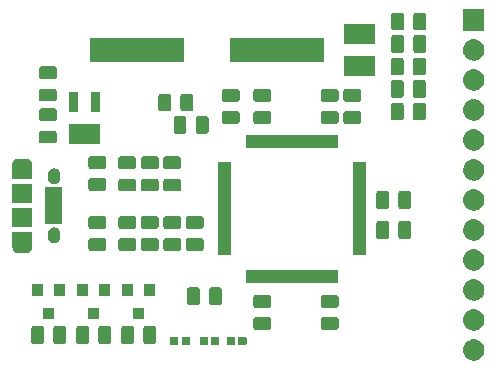
<source format=gts>
G04 #@! TF.GenerationSoftware,KiCad,Pcbnew,5.0.1*
G04 #@! TF.CreationDate,2019-11-25T21:23:25-06:00*
G04 #@! TF.ProjectId,ft2232_board,6674323233325F626F6172642E6B6963,A*
G04 #@! TF.SameCoordinates,Original*
G04 #@! TF.FileFunction,Soldermask,Top*
G04 #@! TF.FilePolarity,Negative*
%FSLAX46Y46*%
G04 Gerber Fmt 4.6, Leading zero omitted, Abs format (unit mm)*
G04 Created by KiCad (PCBNEW 5.0.1) date Mon 25 Nov 2019 09:23:25 PM CST*
%MOMM*%
%LPD*%
G01*
G04 APERTURE LIST*
%ADD10C,0.100000*%
G04 APERTURE END LIST*
D10*
G36*
X191372442Y-138805518D02*
X191438627Y-138812037D01*
X191551853Y-138846384D01*
X191608467Y-138863557D01*
X191698628Y-138911750D01*
X191764991Y-138947222D01*
X191790445Y-138968112D01*
X191902186Y-139059814D01*
X191964709Y-139136000D01*
X192014778Y-139197009D01*
X192014779Y-139197011D01*
X192098443Y-139353533D01*
X192098443Y-139353534D01*
X192149963Y-139523373D01*
X192167359Y-139700000D01*
X192149963Y-139876627D01*
X192115616Y-139989853D01*
X192098443Y-140046467D01*
X192024348Y-140185087D01*
X192014778Y-140202991D01*
X191985448Y-140238729D01*
X191902186Y-140340186D01*
X191800729Y-140423448D01*
X191764991Y-140452778D01*
X191764989Y-140452779D01*
X191608467Y-140536443D01*
X191551853Y-140553616D01*
X191438627Y-140587963D01*
X191372442Y-140594482D01*
X191306260Y-140601000D01*
X191217740Y-140601000D01*
X191151558Y-140594482D01*
X191085373Y-140587963D01*
X190972147Y-140553616D01*
X190915533Y-140536443D01*
X190759011Y-140452779D01*
X190759009Y-140452778D01*
X190723271Y-140423448D01*
X190621814Y-140340186D01*
X190538552Y-140238729D01*
X190509222Y-140202991D01*
X190499652Y-140185087D01*
X190425557Y-140046467D01*
X190408384Y-139989853D01*
X190374037Y-139876627D01*
X190356641Y-139700000D01*
X190374037Y-139523373D01*
X190425557Y-139353534D01*
X190425557Y-139353533D01*
X190509221Y-139197011D01*
X190509222Y-139197009D01*
X190559291Y-139136000D01*
X190621814Y-139059814D01*
X190733555Y-138968112D01*
X190759009Y-138947222D01*
X190825372Y-138911750D01*
X190915533Y-138863557D01*
X190972147Y-138846384D01*
X191085373Y-138812037D01*
X191151558Y-138805518D01*
X191217740Y-138799000D01*
X191306260Y-138799000D01*
X191372442Y-138805518D01*
X191372442Y-138805518D01*
G37*
G36*
X171937938Y-138569716D02*
X171958556Y-138575970D01*
X171977556Y-138586126D01*
X171994208Y-138599792D01*
X172007874Y-138616444D01*
X172018030Y-138635444D01*
X172024284Y-138656062D01*
X172027000Y-138683640D01*
X172027000Y-139192360D01*
X172024284Y-139219938D01*
X172018030Y-139240556D01*
X172007874Y-139259556D01*
X171994208Y-139276208D01*
X171977556Y-139289874D01*
X171958556Y-139300030D01*
X171937938Y-139306284D01*
X171910360Y-139309000D01*
X171451640Y-139309000D01*
X171424062Y-139306284D01*
X171403444Y-139300030D01*
X171384444Y-139289874D01*
X171367792Y-139276208D01*
X171354126Y-139259556D01*
X171343970Y-139240556D01*
X171337716Y-139219938D01*
X171335000Y-139192360D01*
X171335000Y-138683640D01*
X171337716Y-138656062D01*
X171343970Y-138635444D01*
X171354126Y-138616444D01*
X171367792Y-138599792D01*
X171384444Y-138586126D01*
X171403444Y-138575970D01*
X171424062Y-138569716D01*
X171451640Y-138567000D01*
X171910360Y-138567000D01*
X171937938Y-138569716D01*
X171937938Y-138569716D01*
G37*
G36*
X166164938Y-138569716D02*
X166185556Y-138575970D01*
X166204556Y-138586126D01*
X166221208Y-138599792D01*
X166234874Y-138616444D01*
X166245030Y-138635444D01*
X166251284Y-138656062D01*
X166254000Y-138683640D01*
X166254000Y-139192360D01*
X166251284Y-139219938D01*
X166245030Y-139240556D01*
X166234874Y-139259556D01*
X166221208Y-139276208D01*
X166204556Y-139289874D01*
X166185556Y-139300030D01*
X166164938Y-139306284D01*
X166137360Y-139309000D01*
X165678640Y-139309000D01*
X165651062Y-139306284D01*
X165630444Y-139300030D01*
X165611444Y-139289874D01*
X165594792Y-139276208D01*
X165581126Y-139259556D01*
X165570970Y-139240556D01*
X165564716Y-139219938D01*
X165562000Y-139192360D01*
X165562000Y-138683640D01*
X165564716Y-138656062D01*
X165570970Y-138635444D01*
X165581126Y-138616444D01*
X165594792Y-138599792D01*
X165611444Y-138586126D01*
X165630444Y-138575970D01*
X165651062Y-138569716D01*
X165678640Y-138567000D01*
X166137360Y-138567000D01*
X166164938Y-138569716D01*
X166164938Y-138569716D01*
G37*
G36*
X167134938Y-138569716D02*
X167155556Y-138575970D01*
X167174556Y-138586126D01*
X167191208Y-138599792D01*
X167204874Y-138616444D01*
X167215030Y-138635444D01*
X167221284Y-138656062D01*
X167224000Y-138683640D01*
X167224000Y-139192360D01*
X167221284Y-139219938D01*
X167215030Y-139240556D01*
X167204874Y-139259556D01*
X167191208Y-139276208D01*
X167174556Y-139289874D01*
X167155556Y-139300030D01*
X167134938Y-139306284D01*
X167107360Y-139309000D01*
X166648640Y-139309000D01*
X166621062Y-139306284D01*
X166600444Y-139300030D01*
X166581444Y-139289874D01*
X166564792Y-139276208D01*
X166551126Y-139259556D01*
X166540970Y-139240556D01*
X166534716Y-139219938D01*
X166532000Y-139192360D01*
X166532000Y-138683640D01*
X166534716Y-138656062D01*
X166540970Y-138635444D01*
X166551126Y-138616444D01*
X166564792Y-138599792D01*
X166581444Y-138586126D01*
X166600444Y-138575970D01*
X166621062Y-138569716D01*
X166648640Y-138567000D01*
X167107360Y-138567000D01*
X167134938Y-138569716D01*
X167134938Y-138569716D01*
G37*
G36*
X169628938Y-138569716D02*
X169649556Y-138575970D01*
X169668556Y-138586126D01*
X169685208Y-138599792D01*
X169698874Y-138616444D01*
X169709030Y-138635444D01*
X169715284Y-138656062D01*
X169718000Y-138683640D01*
X169718000Y-139192360D01*
X169715284Y-139219938D01*
X169709030Y-139240556D01*
X169698874Y-139259556D01*
X169685208Y-139276208D01*
X169668556Y-139289874D01*
X169649556Y-139300030D01*
X169628938Y-139306284D01*
X169601360Y-139309000D01*
X169142640Y-139309000D01*
X169115062Y-139306284D01*
X169094444Y-139300030D01*
X169075444Y-139289874D01*
X169058792Y-139276208D01*
X169045126Y-139259556D01*
X169034970Y-139240556D01*
X169028716Y-139219938D01*
X169026000Y-139192360D01*
X169026000Y-138683640D01*
X169028716Y-138656062D01*
X169034970Y-138635444D01*
X169045126Y-138616444D01*
X169058792Y-138599792D01*
X169075444Y-138586126D01*
X169094444Y-138575970D01*
X169115062Y-138569716D01*
X169142640Y-138567000D01*
X169601360Y-138567000D01*
X169628938Y-138569716D01*
X169628938Y-138569716D01*
G37*
G36*
X170967938Y-138569716D02*
X170988556Y-138575970D01*
X171007556Y-138586126D01*
X171024208Y-138599792D01*
X171037874Y-138616444D01*
X171048030Y-138635444D01*
X171054284Y-138656062D01*
X171057000Y-138683640D01*
X171057000Y-139192360D01*
X171054284Y-139219938D01*
X171048030Y-139240556D01*
X171037874Y-139259556D01*
X171024208Y-139276208D01*
X171007556Y-139289874D01*
X170988556Y-139300030D01*
X170967938Y-139306284D01*
X170940360Y-139309000D01*
X170481640Y-139309000D01*
X170454062Y-139306284D01*
X170433444Y-139300030D01*
X170414444Y-139289874D01*
X170397792Y-139276208D01*
X170384126Y-139259556D01*
X170373970Y-139240556D01*
X170367716Y-139219938D01*
X170365000Y-139192360D01*
X170365000Y-138683640D01*
X170367716Y-138656062D01*
X170373970Y-138635444D01*
X170384126Y-138616444D01*
X170397792Y-138599792D01*
X170414444Y-138586126D01*
X170433444Y-138575970D01*
X170454062Y-138569716D01*
X170481640Y-138567000D01*
X170940360Y-138567000D01*
X170967938Y-138569716D01*
X170967938Y-138569716D01*
G37*
G36*
X168658938Y-138569716D02*
X168679556Y-138575970D01*
X168698556Y-138586126D01*
X168715208Y-138599792D01*
X168728874Y-138616444D01*
X168739030Y-138635444D01*
X168745284Y-138656062D01*
X168748000Y-138683640D01*
X168748000Y-139192360D01*
X168745284Y-139219938D01*
X168739030Y-139240556D01*
X168728874Y-139259556D01*
X168715208Y-139276208D01*
X168698556Y-139289874D01*
X168679556Y-139300030D01*
X168658938Y-139306284D01*
X168631360Y-139309000D01*
X168172640Y-139309000D01*
X168145062Y-139306284D01*
X168124444Y-139300030D01*
X168105444Y-139289874D01*
X168088792Y-139276208D01*
X168075126Y-139259556D01*
X168064970Y-139240556D01*
X168058716Y-139219938D01*
X168056000Y-139192360D01*
X168056000Y-138683640D01*
X168058716Y-138656062D01*
X168064970Y-138635444D01*
X168075126Y-138616444D01*
X168088792Y-138599792D01*
X168105444Y-138586126D01*
X168124444Y-138575970D01*
X168145062Y-138569716D01*
X168172640Y-138567000D01*
X168631360Y-138567000D01*
X168658938Y-138569716D01*
X168658938Y-138569716D01*
G37*
G36*
X158516966Y-137683565D02*
X158555637Y-137695296D01*
X158591279Y-137714348D01*
X158622517Y-137739983D01*
X158648152Y-137771221D01*
X158667204Y-137806863D01*
X158678935Y-137845534D01*
X158683500Y-137891888D01*
X158683500Y-138968112D01*
X158678935Y-139014466D01*
X158667204Y-139053137D01*
X158648152Y-139088779D01*
X158622517Y-139120017D01*
X158591279Y-139145652D01*
X158555637Y-139164704D01*
X158516966Y-139176435D01*
X158470612Y-139181000D01*
X157819388Y-139181000D01*
X157773034Y-139176435D01*
X157734363Y-139164704D01*
X157698721Y-139145652D01*
X157667483Y-139120017D01*
X157641848Y-139088779D01*
X157622796Y-139053137D01*
X157611065Y-139014466D01*
X157606500Y-138968112D01*
X157606500Y-137891888D01*
X157611065Y-137845534D01*
X157622796Y-137806863D01*
X157641848Y-137771221D01*
X157667483Y-137739983D01*
X157698721Y-137714348D01*
X157734363Y-137695296D01*
X157773034Y-137683565D01*
X157819388Y-137679000D01*
X158470612Y-137679000D01*
X158516966Y-137683565D01*
X158516966Y-137683565D01*
G37*
G36*
X154706966Y-137683565D02*
X154745637Y-137695296D01*
X154781279Y-137714348D01*
X154812517Y-137739983D01*
X154838152Y-137771221D01*
X154857204Y-137806863D01*
X154868935Y-137845534D01*
X154873500Y-137891888D01*
X154873500Y-138968112D01*
X154868935Y-139014466D01*
X154857204Y-139053137D01*
X154838152Y-139088779D01*
X154812517Y-139120017D01*
X154781279Y-139145652D01*
X154745637Y-139164704D01*
X154706966Y-139176435D01*
X154660612Y-139181000D01*
X154009388Y-139181000D01*
X153963034Y-139176435D01*
X153924363Y-139164704D01*
X153888721Y-139145652D01*
X153857483Y-139120017D01*
X153831848Y-139088779D01*
X153812796Y-139053137D01*
X153801065Y-139014466D01*
X153796500Y-138968112D01*
X153796500Y-137891888D01*
X153801065Y-137845534D01*
X153812796Y-137806863D01*
X153831848Y-137771221D01*
X153857483Y-137739983D01*
X153888721Y-137714348D01*
X153924363Y-137695296D01*
X153963034Y-137683565D01*
X154009388Y-137679000D01*
X154660612Y-137679000D01*
X154706966Y-137683565D01*
X154706966Y-137683565D01*
G37*
G36*
X156581966Y-137683565D02*
X156620637Y-137695296D01*
X156656279Y-137714348D01*
X156687517Y-137739983D01*
X156713152Y-137771221D01*
X156732204Y-137806863D01*
X156743935Y-137845534D01*
X156748500Y-137891888D01*
X156748500Y-138968112D01*
X156743935Y-139014466D01*
X156732204Y-139053137D01*
X156713152Y-139088779D01*
X156687517Y-139120017D01*
X156656279Y-139145652D01*
X156620637Y-139164704D01*
X156581966Y-139176435D01*
X156535612Y-139181000D01*
X155884388Y-139181000D01*
X155838034Y-139176435D01*
X155799363Y-139164704D01*
X155763721Y-139145652D01*
X155732483Y-139120017D01*
X155706848Y-139088779D01*
X155687796Y-139053137D01*
X155676065Y-139014466D01*
X155671500Y-138968112D01*
X155671500Y-137891888D01*
X155676065Y-137845534D01*
X155687796Y-137806863D01*
X155706848Y-137771221D01*
X155732483Y-137739983D01*
X155763721Y-137714348D01*
X155799363Y-137695296D01*
X155838034Y-137683565D01*
X155884388Y-137679000D01*
X156535612Y-137679000D01*
X156581966Y-137683565D01*
X156581966Y-137683565D01*
G37*
G36*
X160391966Y-137683565D02*
X160430637Y-137695296D01*
X160466279Y-137714348D01*
X160497517Y-137739983D01*
X160523152Y-137771221D01*
X160542204Y-137806863D01*
X160553935Y-137845534D01*
X160558500Y-137891888D01*
X160558500Y-138968112D01*
X160553935Y-139014466D01*
X160542204Y-139053137D01*
X160523152Y-139088779D01*
X160497517Y-139120017D01*
X160466279Y-139145652D01*
X160430637Y-139164704D01*
X160391966Y-139176435D01*
X160345612Y-139181000D01*
X159694388Y-139181000D01*
X159648034Y-139176435D01*
X159609363Y-139164704D01*
X159573721Y-139145652D01*
X159542483Y-139120017D01*
X159516848Y-139088779D01*
X159497796Y-139053137D01*
X159486065Y-139014466D01*
X159481500Y-138968112D01*
X159481500Y-137891888D01*
X159486065Y-137845534D01*
X159497796Y-137806863D01*
X159516848Y-137771221D01*
X159542483Y-137739983D01*
X159573721Y-137714348D01*
X159609363Y-137695296D01*
X159648034Y-137683565D01*
X159694388Y-137679000D01*
X160345612Y-137679000D01*
X160391966Y-137683565D01*
X160391966Y-137683565D01*
G37*
G36*
X162326966Y-137683565D02*
X162365637Y-137695296D01*
X162401279Y-137714348D01*
X162432517Y-137739983D01*
X162458152Y-137771221D01*
X162477204Y-137806863D01*
X162488935Y-137845534D01*
X162493500Y-137891888D01*
X162493500Y-138968112D01*
X162488935Y-139014466D01*
X162477204Y-139053137D01*
X162458152Y-139088779D01*
X162432517Y-139120017D01*
X162401279Y-139145652D01*
X162365637Y-139164704D01*
X162326966Y-139176435D01*
X162280612Y-139181000D01*
X161629388Y-139181000D01*
X161583034Y-139176435D01*
X161544363Y-139164704D01*
X161508721Y-139145652D01*
X161477483Y-139120017D01*
X161451848Y-139088779D01*
X161432796Y-139053137D01*
X161421065Y-139014466D01*
X161416500Y-138968112D01*
X161416500Y-137891888D01*
X161421065Y-137845534D01*
X161432796Y-137806863D01*
X161451848Y-137771221D01*
X161477483Y-137739983D01*
X161508721Y-137714348D01*
X161544363Y-137695296D01*
X161583034Y-137683565D01*
X161629388Y-137679000D01*
X162280612Y-137679000D01*
X162326966Y-137683565D01*
X162326966Y-137683565D01*
G37*
G36*
X164201966Y-137683565D02*
X164240637Y-137695296D01*
X164276279Y-137714348D01*
X164307517Y-137739983D01*
X164333152Y-137771221D01*
X164352204Y-137806863D01*
X164363935Y-137845534D01*
X164368500Y-137891888D01*
X164368500Y-138968112D01*
X164363935Y-139014466D01*
X164352204Y-139053137D01*
X164333152Y-139088779D01*
X164307517Y-139120017D01*
X164276279Y-139145652D01*
X164240637Y-139164704D01*
X164201966Y-139176435D01*
X164155612Y-139181000D01*
X163504388Y-139181000D01*
X163458034Y-139176435D01*
X163419363Y-139164704D01*
X163383721Y-139145652D01*
X163352483Y-139120017D01*
X163326848Y-139088779D01*
X163307796Y-139053137D01*
X163296065Y-139014466D01*
X163291500Y-138968112D01*
X163291500Y-137891888D01*
X163296065Y-137845534D01*
X163307796Y-137806863D01*
X163326848Y-137771221D01*
X163352483Y-137739983D01*
X163383721Y-137714348D01*
X163419363Y-137695296D01*
X163458034Y-137683565D01*
X163504388Y-137679000D01*
X164155612Y-137679000D01*
X164201966Y-137683565D01*
X164201966Y-137683565D01*
G37*
G36*
X191372443Y-136265519D02*
X191438627Y-136272037D01*
X191551853Y-136306384D01*
X191608467Y-136323557D01*
X191747087Y-136397652D01*
X191764991Y-136407222D01*
X191800729Y-136436552D01*
X191902186Y-136519814D01*
X191985448Y-136621271D01*
X192014778Y-136657009D01*
X192014779Y-136657011D01*
X192098443Y-136813533D01*
X192098443Y-136813534D01*
X192149963Y-136983373D01*
X192167359Y-137160000D01*
X192149963Y-137336627D01*
X192115616Y-137449853D01*
X192098443Y-137506467D01*
X192024348Y-137645087D01*
X192014778Y-137662991D01*
X191997893Y-137683565D01*
X191902186Y-137800186D01*
X191803302Y-137881337D01*
X191764991Y-137912778D01*
X191764989Y-137912779D01*
X191608467Y-137996443D01*
X191593444Y-138001000D01*
X191438627Y-138047963D01*
X191372442Y-138054482D01*
X191306260Y-138061000D01*
X191217740Y-138061000D01*
X191151558Y-138054482D01*
X191085373Y-138047963D01*
X190930556Y-138001000D01*
X190915533Y-137996443D01*
X190759011Y-137912779D01*
X190759009Y-137912778D01*
X190720698Y-137881337D01*
X190621814Y-137800186D01*
X190526107Y-137683565D01*
X190509222Y-137662991D01*
X190499652Y-137645087D01*
X190425557Y-137506467D01*
X190408384Y-137449853D01*
X190374037Y-137336627D01*
X190356641Y-137160000D01*
X190374037Y-136983373D01*
X190425557Y-136813534D01*
X190425557Y-136813533D01*
X190509221Y-136657011D01*
X190509222Y-136657009D01*
X190538552Y-136621271D01*
X190621814Y-136519814D01*
X190723271Y-136436552D01*
X190759009Y-136407222D01*
X190776913Y-136397652D01*
X190915533Y-136323557D01*
X190972147Y-136306384D01*
X191085373Y-136272037D01*
X191151557Y-136265519D01*
X191217740Y-136259000D01*
X191306260Y-136259000D01*
X191372443Y-136265519D01*
X191372443Y-136265519D01*
G37*
G36*
X173939466Y-136928565D02*
X173978137Y-136940296D01*
X174013779Y-136959348D01*
X174045017Y-136984983D01*
X174070652Y-137016221D01*
X174089704Y-137051863D01*
X174101435Y-137090534D01*
X174106000Y-137136888D01*
X174106000Y-137788112D01*
X174101435Y-137834466D01*
X174089704Y-137873137D01*
X174070652Y-137908779D01*
X174045017Y-137940017D01*
X174013779Y-137965652D01*
X173978137Y-137984704D01*
X173939466Y-137996435D01*
X173893112Y-138001000D01*
X172816888Y-138001000D01*
X172770534Y-137996435D01*
X172731863Y-137984704D01*
X172696221Y-137965652D01*
X172664983Y-137940017D01*
X172639348Y-137908779D01*
X172620296Y-137873137D01*
X172608565Y-137834466D01*
X172604000Y-137788112D01*
X172604000Y-137136888D01*
X172608565Y-137090534D01*
X172620296Y-137051863D01*
X172639348Y-137016221D01*
X172664983Y-136984983D01*
X172696221Y-136959348D01*
X172731863Y-136940296D01*
X172770534Y-136928565D01*
X172816888Y-136924000D01*
X173893112Y-136924000D01*
X173939466Y-136928565D01*
X173939466Y-136928565D01*
G37*
G36*
X179654466Y-136928565D02*
X179693137Y-136940296D01*
X179728779Y-136959348D01*
X179760017Y-136984983D01*
X179785652Y-137016221D01*
X179804704Y-137051863D01*
X179816435Y-137090534D01*
X179821000Y-137136888D01*
X179821000Y-137788112D01*
X179816435Y-137834466D01*
X179804704Y-137873137D01*
X179785652Y-137908779D01*
X179760017Y-137940017D01*
X179728779Y-137965652D01*
X179693137Y-137984704D01*
X179654466Y-137996435D01*
X179608112Y-138001000D01*
X178531888Y-138001000D01*
X178485534Y-137996435D01*
X178446863Y-137984704D01*
X178411221Y-137965652D01*
X178379983Y-137940017D01*
X178354348Y-137908779D01*
X178335296Y-137873137D01*
X178323565Y-137834466D01*
X178319000Y-137788112D01*
X178319000Y-137136888D01*
X178323565Y-137090534D01*
X178335296Y-137051863D01*
X178354348Y-137016221D01*
X178379983Y-136984983D01*
X178411221Y-136959348D01*
X178446863Y-136940296D01*
X178485534Y-136928565D01*
X178531888Y-136924000D01*
X179608112Y-136924000D01*
X179654466Y-136928565D01*
X179654466Y-136928565D01*
G37*
G36*
X155706000Y-137121000D02*
X154804000Y-137121000D01*
X154804000Y-136119000D01*
X155706000Y-136119000D01*
X155706000Y-137121000D01*
X155706000Y-137121000D01*
G37*
G36*
X159516000Y-137121000D02*
X158614000Y-137121000D01*
X158614000Y-136119000D01*
X159516000Y-136119000D01*
X159516000Y-137121000D01*
X159516000Y-137121000D01*
G37*
G36*
X163331000Y-137121000D02*
X162429000Y-137121000D01*
X162429000Y-136119000D01*
X163331000Y-136119000D01*
X163331000Y-137121000D01*
X163331000Y-137121000D01*
G37*
G36*
X179654466Y-135053565D02*
X179693137Y-135065296D01*
X179728779Y-135084348D01*
X179760017Y-135109983D01*
X179785652Y-135141221D01*
X179804704Y-135176863D01*
X179816435Y-135215534D01*
X179821000Y-135261888D01*
X179821000Y-135913112D01*
X179816435Y-135959466D01*
X179804704Y-135998137D01*
X179785652Y-136033779D01*
X179760017Y-136065017D01*
X179728779Y-136090652D01*
X179693137Y-136109704D01*
X179654466Y-136121435D01*
X179608112Y-136126000D01*
X178531888Y-136126000D01*
X178485534Y-136121435D01*
X178446863Y-136109704D01*
X178411221Y-136090652D01*
X178379983Y-136065017D01*
X178354348Y-136033779D01*
X178335296Y-135998137D01*
X178323565Y-135959466D01*
X178319000Y-135913112D01*
X178319000Y-135261888D01*
X178323565Y-135215534D01*
X178335296Y-135176863D01*
X178354348Y-135141221D01*
X178379983Y-135109983D01*
X178411221Y-135084348D01*
X178446863Y-135065296D01*
X178485534Y-135053565D01*
X178531888Y-135049000D01*
X179608112Y-135049000D01*
X179654466Y-135053565D01*
X179654466Y-135053565D01*
G37*
G36*
X173939466Y-135053565D02*
X173978137Y-135065296D01*
X174013779Y-135084348D01*
X174045017Y-135109983D01*
X174070652Y-135141221D01*
X174089704Y-135176863D01*
X174101435Y-135215534D01*
X174106000Y-135261888D01*
X174106000Y-135913112D01*
X174101435Y-135959466D01*
X174089704Y-135998137D01*
X174070652Y-136033779D01*
X174045017Y-136065017D01*
X174013779Y-136090652D01*
X173978137Y-136109704D01*
X173939466Y-136121435D01*
X173893112Y-136126000D01*
X172816888Y-136126000D01*
X172770534Y-136121435D01*
X172731863Y-136109704D01*
X172696221Y-136090652D01*
X172664983Y-136065017D01*
X172639348Y-136033779D01*
X172620296Y-135998137D01*
X172608565Y-135959466D01*
X172604000Y-135913112D01*
X172604000Y-135261888D01*
X172608565Y-135215534D01*
X172620296Y-135176863D01*
X172639348Y-135141221D01*
X172664983Y-135109983D01*
X172696221Y-135084348D01*
X172731863Y-135065296D01*
X172770534Y-135053565D01*
X172816888Y-135049000D01*
X173893112Y-135049000D01*
X173939466Y-135053565D01*
X173939466Y-135053565D01*
G37*
G36*
X169767687Y-134409166D02*
X169806358Y-134420897D01*
X169842000Y-134439949D01*
X169873238Y-134465584D01*
X169898873Y-134496822D01*
X169917925Y-134532464D01*
X169929656Y-134571135D01*
X169934221Y-134617489D01*
X169934221Y-135693713D01*
X169929656Y-135740067D01*
X169917925Y-135778738D01*
X169898873Y-135814380D01*
X169873238Y-135845618D01*
X169842000Y-135871253D01*
X169806358Y-135890305D01*
X169767687Y-135902036D01*
X169721333Y-135906601D01*
X169070109Y-135906601D01*
X169023755Y-135902036D01*
X168985084Y-135890305D01*
X168949442Y-135871253D01*
X168918204Y-135845618D01*
X168892569Y-135814380D01*
X168873517Y-135778738D01*
X168861786Y-135740067D01*
X168857221Y-135693713D01*
X168857221Y-134617489D01*
X168861786Y-134571135D01*
X168873517Y-134532464D01*
X168892569Y-134496822D01*
X168918204Y-134465584D01*
X168949442Y-134439949D01*
X168985084Y-134420897D01*
X169023755Y-134409166D01*
X169070109Y-134404601D01*
X169721333Y-134404601D01*
X169767687Y-134409166D01*
X169767687Y-134409166D01*
G37*
G36*
X167892687Y-134409166D02*
X167931358Y-134420897D01*
X167967000Y-134439949D01*
X167998238Y-134465584D01*
X168023873Y-134496822D01*
X168042925Y-134532464D01*
X168054656Y-134571135D01*
X168059221Y-134617489D01*
X168059221Y-135693713D01*
X168054656Y-135740067D01*
X168042925Y-135778738D01*
X168023873Y-135814380D01*
X167998238Y-135845618D01*
X167967000Y-135871253D01*
X167931358Y-135890305D01*
X167892687Y-135902036D01*
X167846333Y-135906601D01*
X167195109Y-135906601D01*
X167148755Y-135902036D01*
X167110084Y-135890305D01*
X167074442Y-135871253D01*
X167043204Y-135845618D01*
X167017569Y-135814380D01*
X166998517Y-135778738D01*
X166986786Y-135740067D01*
X166982221Y-135693713D01*
X166982221Y-134617489D01*
X166986786Y-134571135D01*
X166998517Y-134532464D01*
X167017569Y-134496822D01*
X167043204Y-134465584D01*
X167074442Y-134439949D01*
X167110084Y-134420897D01*
X167148755Y-134409166D01*
X167195109Y-134404601D01*
X167846333Y-134404601D01*
X167892687Y-134409166D01*
X167892687Y-134409166D01*
G37*
G36*
X191372443Y-133725519D02*
X191438627Y-133732037D01*
X191551853Y-133766384D01*
X191608467Y-133783557D01*
X191747087Y-133857652D01*
X191764991Y-133867222D01*
X191800729Y-133896552D01*
X191902186Y-133979814D01*
X191985448Y-134081271D01*
X192014778Y-134117009D01*
X192014779Y-134117011D01*
X192098443Y-134273533D01*
X192098443Y-134273534D01*
X192149963Y-134443373D01*
X192167359Y-134620000D01*
X192149963Y-134796627D01*
X192115616Y-134909853D01*
X192098443Y-134966467D01*
X192035433Y-135084348D01*
X192014778Y-135122991D01*
X192010781Y-135127861D01*
X191902186Y-135260186D01*
X191800729Y-135343448D01*
X191764991Y-135372778D01*
X191764989Y-135372779D01*
X191608467Y-135456443D01*
X191551853Y-135473616D01*
X191438627Y-135507963D01*
X191372443Y-135514481D01*
X191306260Y-135521000D01*
X191217740Y-135521000D01*
X191151557Y-135514481D01*
X191085373Y-135507963D01*
X190972147Y-135473616D01*
X190915533Y-135456443D01*
X190759011Y-135372779D01*
X190759009Y-135372778D01*
X190723271Y-135343448D01*
X190621814Y-135260186D01*
X190513219Y-135127861D01*
X190509222Y-135122991D01*
X190488567Y-135084348D01*
X190425557Y-134966467D01*
X190408384Y-134909853D01*
X190374037Y-134796627D01*
X190356641Y-134620000D01*
X190374037Y-134443373D01*
X190425557Y-134273534D01*
X190425557Y-134273533D01*
X190509221Y-134117011D01*
X190509222Y-134117009D01*
X190538552Y-134081271D01*
X190621814Y-133979814D01*
X190723271Y-133896552D01*
X190759009Y-133867222D01*
X190776913Y-133857652D01*
X190915533Y-133783557D01*
X190972147Y-133766384D01*
X191085373Y-133732037D01*
X191151557Y-133725519D01*
X191217740Y-133719000D01*
X191306260Y-133719000D01*
X191372443Y-133725519D01*
X191372443Y-133725519D01*
G37*
G36*
X158566000Y-135121000D02*
X157664000Y-135121000D01*
X157664000Y-134119000D01*
X158566000Y-134119000D01*
X158566000Y-135121000D01*
X158566000Y-135121000D01*
G37*
G36*
X164281000Y-135121000D02*
X163379000Y-135121000D01*
X163379000Y-134119000D01*
X164281000Y-134119000D01*
X164281000Y-135121000D01*
X164281000Y-135121000D01*
G37*
G36*
X160466000Y-135121000D02*
X159564000Y-135121000D01*
X159564000Y-134119000D01*
X160466000Y-134119000D01*
X160466000Y-135121000D01*
X160466000Y-135121000D01*
G37*
G36*
X154756000Y-135121000D02*
X153854000Y-135121000D01*
X153854000Y-134119000D01*
X154756000Y-134119000D01*
X154756000Y-135121000D01*
X154756000Y-135121000D01*
G37*
G36*
X156656000Y-135121000D02*
X155754000Y-135121000D01*
X155754000Y-134119000D01*
X156656000Y-134119000D01*
X156656000Y-135121000D01*
X156656000Y-135121000D01*
G37*
G36*
X162381000Y-135121000D02*
X161479000Y-135121000D01*
X161479000Y-134119000D01*
X162381000Y-134119000D01*
X162381000Y-135121000D01*
X162381000Y-135121000D01*
G37*
G36*
X179806000Y-134001000D02*
X171954000Y-134001000D01*
X171954000Y-132899000D01*
X179806000Y-132899000D01*
X179806000Y-134001000D01*
X179806000Y-134001000D01*
G37*
G36*
X191363645Y-131184652D02*
X191438627Y-131192037D01*
X191551508Y-131226279D01*
X191608467Y-131243557D01*
X191718186Y-131302204D01*
X191764991Y-131327222D01*
X191790277Y-131347974D01*
X191902186Y-131439814D01*
X191985448Y-131541271D01*
X192014778Y-131577009D01*
X192014779Y-131577011D01*
X192098443Y-131733533D01*
X192098443Y-131733534D01*
X192149963Y-131903373D01*
X192167359Y-132080000D01*
X192149963Y-132256627D01*
X192115616Y-132369853D01*
X192098443Y-132426467D01*
X192024348Y-132565087D01*
X192014778Y-132582991D01*
X191985448Y-132618729D01*
X191902186Y-132720186D01*
X191800729Y-132803448D01*
X191764991Y-132832778D01*
X191764989Y-132832779D01*
X191608467Y-132916443D01*
X191551853Y-132933616D01*
X191438627Y-132967963D01*
X191372443Y-132974481D01*
X191306260Y-132981000D01*
X191217740Y-132981000D01*
X191151557Y-132974481D01*
X191085373Y-132967963D01*
X190972147Y-132933616D01*
X190915533Y-132916443D01*
X190759011Y-132832779D01*
X190759009Y-132832778D01*
X190723271Y-132803448D01*
X190621814Y-132720186D01*
X190538552Y-132618729D01*
X190509222Y-132582991D01*
X190499652Y-132565087D01*
X190425557Y-132426467D01*
X190408384Y-132369853D01*
X190374037Y-132256627D01*
X190356641Y-132080000D01*
X190374037Y-131903373D01*
X190425557Y-131733534D01*
X190425557Y-131733533D01*
X190509221Y-131577011D01*
X190509222Y-131577009D01*
X190538552Y-131541271D01*
X190621814Y-131439814D01*
X190733723Y-131347974D01*
X190759009Y-131327222D01*
X190805814Y-131302204D01*
X190915533Y-131243557D01*
X190972492Y-131226279D01*
X191085373Y-131192037D01*
X191160355Y-131184652D01*
X191217740Y-131179000D01*
X191306260Y-131179000D01*
X191363645Y-131184652D01*
X191363645Y-131184652D01*
G37*
G36*
X182131000Y-131676000D02*
X181029000Y-131676000D01*
X181029000Y-123824000D01*
X182131000Y-123824000D01*
X182131000Y-131676000D01*
X182131000Y-131676000D01*
G37*
G36*
X170731000Y-131676000D02*
X169629000Y-131676000D01*
X169629000Y-123824000D01*
X170731000Y-123824000D01*
X170731000Y-131676000D01*
X170731000Y-131676000D01*
G37*
G36*
X153861000Y-130961257D02*
X153861601Y-130973492D01*
X153863424Y-130992000D01*
X153861601Y-131010508D01*
X153861000Y-131022743D01*
X153861000Y-131093490D01*
X153856844Y-131098554D01*
X153845293Y-131120165D01*
X153841169Y-131131689D01*
X153825103Y-131184652D01*
X153778582Y-131271687D01*
X153715975Y-131347975D01*
X153639687Y-131410582D01*
X153552652Y-131457103D01*
X153458213Y-131485751D01*
X153384612Y-131493000D01*
X152685388Y-131493000D01*
X152611787Y-131485751D01*
X152517348Y-131457103D01*
X152430313Y-131410582D01*
X152354025Y-131347975D01*
X152291418Y-131271687D01*
X152244897Y-131184652D01*
X152228835Y-131131702D01*
X152219462Y-131109076D01*
X152209000Y-131093417D01*
X152209000Y-131022743D01*
X152208399Y-131010508D01*
X152206576Y-130992000D01*
X152208399Y-130973492D01*
X152209000Y-130961257D01*
X152209000Y-129741000D01*
X153861000Y-129741000D01*
X153861000Y-130961257D01*
X153861000Y-130961257D01*
G37*
G36*
X166319466Y-130246065D02*
X166358137Y-130257796D01*
X166393779Y-130276848D01*
X166425017Y-130302483D01*
X166450652Y-130333721D01*
X166469704Y-130369363D01*
X166481435Y-130408034D01*
X166486000Y-130454388D01*
X166486000Y-131105612D01*
X166481435Y-131151966D01*
X166469704Y-131190637D01*
X166450652Y-131226279D01*
X166425017Y-131257517D01*
X166393779Y-131283152D01*
X166358137Y-131302204D01*
X166319466Y-131313935D01*
X166273112Y-131318500D01*
X165196888Y-131318500D01*
X165150534Y-131313935D01*
X165111863Y-131302204D01*
X165076221Y-131283152D01*
X165044983Y-131257517D01*
X165019348Y-131226279D01*
X165000296Y-131190637D01*
X164988565Y-131151966D01*
X164984000Y-131105612D01*
X164984000Y-130454388D01*
X164988565Y-130408034D01*
X165000296Y-130369363D01*
X165019348Y-130333721D01*
X165044983Y-130302483D01*
X165076221Y-130276848D01*
X165111863Y-130257796D01*
X165150534Y-130246065D01*
X165196888Y-130241500D01*
X166273112Y-130241500D01*
X166319466Y-130246065D01*
X166319466Y-130246065D01*
G37*
G36*
X164414466Y-130246065D02*
X164453137Y-130257796D01*
X164488779Y-130276848D01*
X164520017Y-130302483D01*
X164545652Y-130333721D01*
X164564704Y-130369363D01*
X164576435Y-130408034D01*
X164581000Y-130454388D01*
X164581000Y-131105612D01*
X164576435Y-131151966D01*
X164564704Y-131190637D01*
X164545652Y-131226279D01*
X164520017Y-131257517D01*
X164488779Y-131283152D01*
X164453137Y-131302204D01*
X164414466Y-131313935D01*
X164368112Y-131318500D01*
X163291888Y-131318500D01*
X163245534Y-131313935D01*
X163206863Y-131302204D01*
X163171221Y-131283152D01*
X163139983Y-131257517D01*
X163114348Y-131226279D01*
X163095296Y-131190637D01*
X163083565Y-131151966D01*
X163079000Y-131105612D01*
X163079000Y-130454388D01*
X163083565Y-130408034D01*
X163095296Y-130369363D01*
X163114348Y-130333721D01*
X163139983Y-130302483D01*
X163171221Y-130276848D01*
X163206863Y-130257796D01*
X163245534Y-130246065D01*
X163291888Y-130241500D01*
X164368112Y-130241500D01*
X164414466Y-130246065D01*
X164414466Y-130246065D01*
G37*
G36*
X168224466Y-130246065D02*
X168263137Y-130257796D01*
X168298779Y-130276848D01*
X168330017Y-130302483D01*
X168355652Y-130333721D01*
X168374704Y-130369363D01*
X168386435Y-130408034D01*
X168391000Y-130454388D01*
X168391000Y-131105612D01*
X168386435Y-131151966D01*
X168374704Y-131190637D01*
X168355652Y-131226279D01*
X168330017Y-131257517D01*
X168298779Y-131283152D01*
X168263137Y-131302204D01*
X168224466Y-131313935D01*
X168178112Y-131318500D01*
X167101888Y-131318500D01*
X167055534Y-131313935D01*
X167016863Y-131302204D01*
X166981221Y-131283152D01*
X166949983Y-131257517D01*
X166924348Y-131226279D01*
X166905296Y-131190637D01*
X166893565Y-131151966D01*
X166889000Y-131105612D01*
X166889000Y-130454388D01*
X166893565Y-130408034D01*
X166905296Y-130369363D01*
X166924348Y-130333721D01*
X166949983Y-130302483D01*
X166981221Y-130276848D01*
X167016863Y-130257796D01*
X167055534Y-130246065D01*
X167101888Y-130241500D01*
X168178112Y-130241500D01*
X168224466Y-130246065D01*
X168224466Y-130246065D01*
G37*
G36*
X159969466Y-130246065D02*
X160008137Y-130257796D01*
X160043779Y-130276848D01*
X160075017Y-130302483D01*
X160100652Y-130333721D01*
X160119704Y-130369363D01*
X160131435Y-130408034D01*
X160136000Y-130454388D01*
X160136000Y-131105612D01*
X160131435Y-131151966D01*
X160119704Y-131190637D01*
X160100652Y-131226279D01*
X160075017Y-131257517D01*
X160043779Y-131283152D01*
X160008137Y-131302204D01*
X159969466Y-131313935D01*
X159923112Y-131318500D01*
X158846888Y-131318500D01*
X158800534Y-131313935D01*
X158761863Y-131302204D01*
X158726221Y-131283152D01*
X158694983Y-131257517D01*
X158669348Y-131226279D01*
X158650296Y-131190637D01*
X158638565Y-131151966D01*
X158634000Y-131105612D01*
X158634000Y-130454388D01*
X158638565Y-130408034D01*
X158650296Y-130369363D01*
X158669348Y-130333721D01*
X158694983Y-130302483D01*
X158726221Y-130276848D01*
X158761863Y-130257796D01*
X158800534Y-130246065D01*
X158846888Y-130241500D01*
X159923112Y-130241500D01*
X159969466Y-130246065D01*
X159969466Y-130246065D01*
G37*
G36*
X162509466Y-130246065D02*
X162548137Y-130257796D01*
X162583779Y-130276848D01*
X162615017Y-130302483D01*
X162640652Y-130333721D01*
X162659704Y-130369363D01*
X162671435Y-130408034D01*
X162676000Y-130454388D01*
X162676000Y-131105612D01*
X162671435Y-131151966D01*
X162659704Y-131190637D01*
X162640652Y-131226279D01*
X162615017Y-131257517D01*
X162583779Y-131283152D01*
X162548137Y-131302204D01*
X162509466Y-131313935D01*
X162463112Y-131318500D01*
X161386888Y-131318500D01*
X161340534Y-131313935D01*
X161301863Y-131302204D01*
X161266221Y-131283152D01*
X161234983Y-131257517D01*
X161209348Y-131226279D01*
X161190296Y-131190637D01*
X161178565Y-131151966D01*
X161174000Y-131105612D01*
X161174000Y-130454388D01*
X161178565Y-130408034D01*
X161190296Y-130369363D01*
X161209348Y-130333721D01*
X161234983Y-130302483D01*
X161266221Y-130276848D01*
X161301863Y-130257796D01*
X161340534Y-130246065D01*
X161386888Y-130241500D01*
X162463112Y-130241500D01*
X162509466Y-130246065D01*
X162509466Y-130246065D01*
G37*
G36*
X155838113Y-129323611D02*
X155937264Y-129353688D01*
X156028644Y-129402531D01*
X156108738Y-129468262D01*
X156174469Y-129548356D01*
X156223312Y-129639735D01*
X156253389Y-129738886D01*
X156261000Y-129816161D01*
X156261000Y-130167838D01*
X156253389Y-130245113D01*
X156223312Y-130344264D01*
X156174469Y-130435644D01*
X156108738Y-130515738D01*
X156028644Y-130581469D01*
X155937265Y-130630312D01*
X155838114Y-130660389D01*
X155735000Y-130670545D01*
X155631887Y-130660389D01*
X155532736Y-130630312D01*
X155441357Y-130581469D01*
X155361263Y-130515738D01*
X155295532Y-130435644D01*
X155246689Y-130344265D01*
X155216611Y-130245114D01*
X155209000Y-130167839D01*
X155209000Y-129816162D01*
X155216611Y-129738887D01*
X155246688Y-129639736D01*
X155295531Y-129548356D01*
X155361262Y-129468262D01*
X155441356Y-129402531D01*
X155532735Y-129353688D01*
X155631886Y-129323611D01*
X155735000Y-129313455D01*
X155838113Y-129323611D01*
X155838113Y-129323611D01*
G37*
G36*
X191372443Y-128645519D02*
X191438627Y-128652037D01*
X191551853Y-128686384D01*
X191608467Y-128703557D01*
X191747087Y-128777652D01*
X191764991Y-128787222D01*
X191800729Y-128816552D01*
X191902186Y-128899814D01*
X191985448Y-129001271D01*
X192014778Y-129037009D01*
X192014779Y-129037011D01*
X192098443Y-129193533D01*
X192115616Y-129250147D01*
X192149963Y-129363373D01*
X192167359Y-129540000D01*
X192149963Y-129716627D01*
X192119770Y-129816161D01*
X192098443Y-129886467D01*
X192026132Y-130021750D01*
X192014778Y-130042991D01*
X191989101Y-130074278D01*
X191902186Y-130180186D01*
X191802500Y-130261995D01*
X191764991Y-130292778D01*
X191764989Y-130292779D01*
X191608467Y-130376443D01*
X191551853Y-130393616D01*
X191438627Y-130427963D01*
X191372443Y-130434481D01*
X191306260Y-130441000D01*
X191217740Y-130441000D01*
X191151557Y-130434481D01*
X191085373Y-130427963D01*
X190972147Y-130393616D01*
X190915533Y-130376443D01*
X190759011Y-130292779D01*
X190759009Y-130292778D01*
X190721500Y-130261995D01*
X190621814Y-130180186D01*
X190534899Y-130074278D01*
X190509222Y-130042991D01*
X190497868Y-130021750D01*
X190425557Y-129886467D01*
X190404230Y-129816161D01*
X190374037Y-129716627D01*
X190356641Y-129540000D01*
X190374037Y-129363373D01*
X190408384Y-129250147D01*
X190425557Y-129193533D01*
X190509221Y-129037011D01*
X190509222Y-129037009D01*
X190538552Y-129001271D01*
X190621814Y-128899814D01*
X190723271Y-128816552D01*
X190759009Y-128787222D01*
X190776913Y-128777652D01*
X190915533Y-128703557D01*
X190972147Y-128686384D01*
X191085373Y-128652037D01*
X191151557Y-128645519D01*
X191217740Y-128639000D01*
X191306260Y-128639000D01*
X191372443Y-128645519D01*
X191372443Y-128645519D01*
G37*
G36*
X185791966Y-128793565D02*
X185830637Y-128805296D01*
X185866279Y-128824348D01*
X185897517Y-128849983D01*
X185923152Y-128881221D01*
X185942204Y-128916863D01*
X185953935Y-128955534D01*
X185958500Y-129001888D01*
X185958500Y-130078112D01*
X185953935Y-130124466D01*
X185942204Y-130163137D01*
X185923152Y-130198779D01*
X185897517Y-130230017D01*
X185866279Y-130255652D01*
X185830637Y-130274704D01*
X185791966Y-130286435D01*
X185745612Y-130291000D01*
X185094388Y-130291000D01*
X185048034Y-130286435D01*
X185009363Y-130274704D01*
X184973721Y-130255652D01*
X184942483Y-130230017D01*
X184916848Y-130198779D01*
X184897796Y-130163137D01*
X184886065Y-130124466D01*
X184881500Y-130078112D01*
X184881500Y-129001888D01*
X184886065Y-128955534D01*
X184897796Y-128916863D01*
X184916848Y-128881221D01*
X184942483Y-128849983D01*
X184973721Y-128824348D01*
X185009363Y-128805296D01*
X185048034Y-128793565D01*
X185094388Y-128789000D01*
X185745612Y-128789000D01*
X185791966Y-128793565D01*
X185791966Y-128793565D01*
G37*
G36*
X183916966Y-128793565D02*
X183955637Y-128805296D01*
X183991279Y-128824348D01*
X184022517Y-128849983D01*
X184048152Y-128881221D01*
X184067204Y-128916863D01*
X184078935Y-128955534D01*
X184083500Y-129001888D01*
X184083500Y-130078112D01*
X184078935Y-130124466D01*
X184067204Y-130163137D01*
X184048152Y-130198779D01*
X184022517Y-130230017D01*
X183991279Y-130255652D01*
X183955637Y-130274704D01*
X183916966Y-130286435D01*
X183870612Y-130291000D01*
X183219388Y-130291000D01*
X183173034Y-130286435D01*
X183134363Y-130274704D01*
X183098721Y-130255652D01*
X183067483Y-130230017D01*
X183041848Y-130198779D01*
X183022796Y-130163137D01*
X183011065Y-130124466D01*
X183006500Y-130078112D01*
X183006500Y-129001888D01*
X183011065Y-128955534D01*
X183022796Y-128916863D01*
X183041848Y-128881221D01*
X183067483Y-128849983D01*
X183098721Y-128824348D01*
X183134363Y-128805296D01*
X183173034Y-128793565D01*
X183219388Y-128789000D01*
X183870612Y-128789000D01*
X183916966Y-128793565D01*
X183916966Y-128793565D01*
G37*
G36*
X166319466Y-128371065D02*
X166358137Y-128382796D01*
X166393779Y-128401848D01*
X166425017Y-128427483D01*
X166450652Y-128458721D01*
X166469704Y-128494363D01*
X166481435Y-128533034D01*
X166486000Y-128579388D01*
X166486000Y-129230612D01*
X166481435Y-129276966D01*
X166469704Y-129315637D01*
X166450652Y-129351279D01*
X166425017Y-129382517D01*
X166393779Y-129408152D01*
X166358137Y-129427204D01*
X166319466Y-129438935D01*
X166273112Y-129443500D01*
X165196888Y-129443500D01*
X165150534Y-129438935D01*
X165111863Y-129427204D01*
X165076221Y-129408152D01*
X165044983Y-129382517D01*
X165019348Y-129351279D01*
X165000296Y-129315637D01*
X164988565Y-129276966D01*
X164984000Y-129230612D01*
X164984000Y-128579388D01*
X164988565Y-128533034D01*
X165000296Y-128494363D01*
X165019348Y-128458721D01*
X165044983Y-128427483D01*
X165076221Y-128401848D01*
X165111863Y-128382796D01*
X165150534Y-128371065D01*
X165196888Y-128366500D01*
X166273112Y-128366500D01*
X166319466Y-128371065D01*
X166319466Y-128371065D01*
G37*
G36*
X168224466Y-128371065D02*
X168263137Y-128382796D01*
X168298779Y-128401848D01*
X168330017Y-128427483D01*
X168355652Y-128458721D01*
X168374704Y-128494363D01*
X168386435Y-128533034D01*
X168391000Y-128579388D01*
X168391000Y-129230612D01*
X168386435Y-129276966D01*
X168374704Y-129315637D01*
X168355652Y-129351279D01*
X168330017Y-129382517D01*
X168298779Y-129408152D01*
X168263137Y-129427204D01*
X168224466Y-129438935D01*
X168178112Y-129443500D01*
X167101888Y-129443500D01*
X167055534Y-129438935D01*
X167016863Y-129427204D01*
X166981221Y-129408152D01*
X166949983Y-129382517D01*
X166924348Y-129351279D01*
X166905296Y-129315637D01*
X166893565Y-129276966D01*
X166889000Y-129230612D01*
X166889000Y-128579388D01*
X166893565Y-128533034D01*
X166905296Y-128494363D01*
X166924348Y-128458721D01*
X166949983Y-128427483D01*
X166981221Y-128401848D01*
X167016863Y-128382796D01*
X167055534Y-128371065D01*
X167101888Y-128366500D01*
X168178112Y-128366500D01*
X168224466Y-128371065D01*
X168224466Y-128371065D01*
G37*
G36*
X164414466Y-128371065D02*
X164453137Y-128382796D01*
X164488779Y-128401848D01*
X164520017Y-128427483D01*
X164545652Y-128458721D01*
X164564704Y-128494363D01*
X164576435Y-128533034D01*
X164581000Y-128579388D01*
X164581000Y-129230612D01*
X164576435Y-129276966D01*
X164564704Y-129315637D01*
X164545652Y-129351279D01*
X164520017Y-129382517D01*
X164488779Y-129408152D01*
X164453137Y-129427204D01*
X164414466Y-129438935D01*
X164368112Y-129443500D01*
X163291888Y-129443500D01*
X163245534Y-129438935D01*
X163206863Y-129427204D01*
X163171221Y-129408152D01*
X163139983Y-129382517D01*
X163114348Y-129351279D01*
X163095296Y-129315637D01*
X163083565Y-129276966D01*
X163079000Y-129230612D01*
X163079000Y-128579388D01*
X163083565Y-128533034D01*
X163095296Y-128494363D01*
X163114348Y-128458721D01*
X163139983Y-128427483D01*
X163171221Y-128401848D01*
X163206863Y-128382796D01*
X163245534Y-128371065D01*
X163291888Y-128366500D01*
X164368112Y-128366500D01*
X164414466Y-128371065D01*
X164414466Y-128371065D01*
G37*
G36*
X162509466Y-128371065D02*
X162548137Y-128382796D01*
X162583779Y-128401848D01*
X162615017Y-128427483D01*
X162640652Y-128458721D01*
X162659704Y-128494363D01*
X162671435Y-128533034D01*
X162676000Y-128579388D01*
X162676000Y-129230612D01*
X162671435Y-129276966D01*
X162659704Y-129315637D01*
X162640652Y-129351279D01*
X162615017Y-129382517D01*
X162583779Y-129408152D01*
X162548137Y-129427204D01*
X162509466Y-129438935D01*
X162463112Y-129443500D01*
X161386888Y-129443500D01*
X161340534Y-129438935D01*
X161301863Y-129427204D01*
X161266221Y-129408152D01*
X161234983Y-129382517D01*
X161209348Y-129351279D01*
X161190296Y-129315637D01*
X161178565Y-129276966D01*
X161174000Y-129230612D01*
X161174000Y-128579388D01*
X161178565Y-128533034D01*
X161190296Y-128494363D01*
X161209348Y-128458721D01*
X161234983Y-128427483D01*
X161266221Y-128401848D01*
X161301863Y-128382796D01*
X161340534Y-128371065D01*
X161386888Y-128366500D01*
X162463112Y-128366500D01*
X162509466Y-128371065D01*
X162509466Y-128371065D01*
G37*
G36*
X159969466Y-128371065D02*
X160008137Y-128382796D01*
X160043779Y-128401848D01*
X160075017Y-128427483D01*
X160100652Y-128458721D01*
X160119704Y-128494363D01*
X160131435Y-128533034D01*
X160136000Y-128579388D01*
X160136000Y-129230612D01*
X160131435Y-129276966D01*
X160119704Y-129315637D01*
X160100652Y-129351279D01*
X160075017Y-129382517D01*
X160043779Y-129408152D01*
X160008137Y-129427204D01*
X159969466Y-129438935D01*
X159923112Y-129443500D01*
X158846888Y-129443500D01*
X158800534Y-129438935D01*
X158761863Y-129427204D01*
X158726221Y-129408152D01*
X158694983Y-129382517D01*
X158669348Y-129351279D01*
X158650296Y-129315637D01*
X158638565Y-129276966D01*
X158634000Y-129230612D01*
X158634000Y-128579388D01*
X158638565Y-128533034D01*
X158650296Y-128494363D01*
X158669348Y-128458721D01*
X158694983Y-128427483D01*
X158726221Y-128401848D01*
X158761863Y-128382796D01*
X158800534Y-128371065D01*
X158846888Y-128366500D01*
X159923112Y-128366500D01*
X159969466Y-128371065D01*
X159969466Y-128371065D01*
G37*
G36*
X153861000Y-129293000D02*
X152209000Y-129293000D01*
X152209000Y-127691000D01*
X153861000Y-127691000D01*
X153861000Y-129293000D01*
X153861000Y-129293000D01*
G37*
G36*
X156411000Y-129043000D02*
X154959000Y-129043000D01*
X154959000Y-125941000D01*
X156411000Y-125941000D01*
X156411000Y-129043000D01*
X156411000Y-129043000D01*
G37*
G36*
X191372443Y-126105519D02*
X191438627Y-126112037D01*
X191551508Y-126146279D01*
X191608467Y-126163557D01*
X191718186Y-126222204D01*
X191764991Y-126247222D01*
X191800729Y-126276552D01*
X191902186Y-126359814D01*
X191970454Y-126443000D01*
X192014778Y-126497009D01*
X192014779Y-126497011D01*
X192098443Y-126653533D01*
X192098443Y-126653534D01*
X192149963Y-126823373D01*
X192167359Y-127000000D01*
X192149963Y-127176627D01*
X192115616Y-127289853D01*
X192098443Y-127346467D01*
X192026132Y-127481750D01*
X192014778Y-127502991D01*
X191989101Y-127534278D01*
X191902186Y-127640186D01*
X191810229Y-127715652D01*
X191764991Y-127752778D01*
X191764989Y-127752779D01*
X191608467Y-127836443D01*
X191551853Y-127853616D01*
X191438627Y-127887963D01*
X191372442Y-127894482D01*
X191306260Y-127901000D01*
X191217740Y-127901000D01*
X191151558Y-127894482D01*
X191085373Y-127887963D01*
X190972147Y-127853616D01*
X190915533Y-127836443D01*
X190759011Y-127752779D01*
X190759009Y-127752778D01*
X190713771Y-127715652D01*
X190621814Y-127640186D01*
X190534899Y-127534278D01*
X190509222Y-127502991D01*
X190497868Y-127481750D01*
X190425557Y-127346467D01*
X190408384Y-127289853D01*
X190374037Y-127176627D01*
X190356641Y-127000000D01*
X190374037Y-126823373D01*
X190425557Y-126653534D01*
X190425557Y-126653533D01*
X190509221Y-126497011D01*
X190509222Y-126497009D01*
X190553546Y-126443000D01*
X190621814Y-126359814D01*
X190723271Y-126276552D01*
X190759009Y-126247222D01*
X190805814Y-126222204D01*
X190915533Y-126163557D01*
X190972492Y-126146279D01*
X191085373Y-126112037D01*
X191151557Y-126105519D01*
X191217740Y-126099000D01*
X191306260Y-126099000D01*
X191372443Y-126105519D01*
X191372443Y-126105519D01*
G37*
G36*
X183916966Y-126253565D02*
X183955637Y-126265296D01*
X183991279Y-126284348D01*
X184022517Y-126309983D01*
X184048152Y-126341221D01*
X184067204Y-126376863D01*
X184078935Y-126415534D01*
X184083500Y-126461888D01*
X184083500Y-127538112D01*
X184078935Y-127584466D01*
X184067204Y-127623137D01*
X184048152Y-127658779D01*
X184022517Y-127690017D01*
X183991279Y-127715652D01*
X183955637Y-127734704D01*
X183916966Y-127746435D01*
X183870612Y-127751000D01*
X183219388Y-127751000D01*
X183173034Y-127746435D01*
X183134363Y-127734704D01*
X183098721Y-127715652D01*
X183067483Y-127690017D01*
X183041848Y-127658779D01*
X183022796Y-127623137D01*
X183011065Y-127584466D01*
X183006500Y-127538112D01*
X183006500Y-126461888D01*
X183011065Y-126415534D01*
X183022796Y-126376863D01*
X183041848Y-126341221D01*
X183067483Y-126309983D01*
X183098721Y-126284348D01*
X183134363Y-126265296D01*
X183173034Y-126253565D01*
X183219388Y-126249000D01*
X183870612Y-126249000D01*
X183916966Y-126253565D01*
X183916966Y-126253565D01*
G37*
G36*
X185791966Y-126253565D02*
X185830637Y-126265296D01*
X185866279Y-126284348D01*
X185897517Y-126309983D01*
X185923152Y-126341221D01*
X185942204Y-126376863D01*
X185953935Y-126415534D01*
X185958500Y-126461888D01*
X185958500Y-127538112D01*
X185953935Y-127584466D01*
X185942204Y-127623137D01*
X185923152Y-127658779D01*
X185897517Y-127690017D01*
X185866279Y-127715652D01*
X185830637Y-127734704D01*
X185791966Y-127746435D01*
X185745612Y-127751000D01*
X185094388Y-127751000D01*
X185048034Y-127746435D01*
X185009363Y-127734704D01*
X184973721Y-127715652D01*
X184942483Y-127690017D01*
X184916848Y-127658779D01*
X184897796Y-127623137D01*
X184886065Y-127584466D01*
X184881500Y-127538112D01*
X184881500Y-126461888D01*
X184886065Y-126415534D01*
X184897796Y-126376863D01*
X184916848Y-126341221D01*
X184942483Y-126309983D01*
X184973721Y-126284348D01*
X185009363Y-126265296D01*
X185048034Y-126253565D01*
X185094388Y-126249000D01*
X185745612Y-126249000D01*
X185791966Y-126253565D01*
X185791966Y-126253565D01*
G37*
G36*
X153861000Y-127293000D02*
X152209000Y-127293000D01*
X152209000Y-125691000D01*
X153861000Y-125691000D01*
X153861000Y-127293000D01*
X153861000Y-127293000D01*
G37*
G36*
X162509466Y-125196065D02*
X162548137Y-125207796D01*
X162583779Y-125226848D01*
X162615017Y-125252483D01*
X162640652Y-125283721D01*
X162659704Y-125319363D01*
X162671435Y-125358034D01*
X162676000Y-125404388D01*
X162676000Y-126055612D01*
X162671435Y-126101966D01*
X162659704Y-126140637D01*
X162640652Y-126176279D01*
X162615017Y-126207517D01*
X162583779Y-126233152D01*
X162548137Y-126252204D01*
X162509466Y-126263935D01*
X162463112Y-126268500D01*
X161386888Y-126268500D01*
X161340534Y-126263935D01*
X161301863Y-126252204D01*
X161266221Y-126233152D01*
X161234983Y-126207517D01*
X161209348Y-126176279D01*
X161190296Y-126140637D01*
X161178565Y-126101966D01*
X161174000Y-126055612D01*
X161174000Y-125404388D01*
X161178565Y-125358034D01*
X161190296Y-125319363D01*
X161209348Y-125283721D01*
X161234983Y-125252483D01*
X161266221Y-125226848D01*
X161301863Y-125207796D01*
X161340534Y-125196065D01*
X161386888Y-125191500D01*
X162463112Y-125191500D01*
X162509466Y-125196065D01*
X162509466Y-125196065D01*
G37*
G36*
X166319466Y-125196065D02*
X166358137Y-125207796D01*
X166393779Y-125226848D01*
X166425017Y-125252483D01*
X166450652Y-125283721D01*
X166469704Y-125319363D01*
X166481435Y-125358034D01*
X166486000Y-125404388D01*
X166486000Y-126055612D01*
X166481435Y-126101966D01*
X166469704Y-126140637D01*
X166450652Y-126176279D01*
X166425017Y-126207517D01*
X166393779Y-126233152D01*
X166358137Y-126252204D01*
X166319466Y-126263935D01*
X166273112Y-126268500D01*
X165196888Y-126268500D01*
X165150534Y-126263935D01*
X165111863Y-126252204D01*
X165076221Y-126233152D01*
X165044983Y-126207517D01*
X165019348Y-126176279D01*
X165000296Y-126140637D01*
X164988565Y-126101966D01*
X164984000Y-126055612D01*
X164984000Y-125404388D01*
X164988565Y-125358034D01*
X165000296Y-125319363D01*
X165019348Y-125283721D01*
X165044983Y-125252483D01*
X165076221Y-125226848D01*
X165111863Y-125207796D01*
X165150534Y-125196065D01*
X165196888Y-125191500D01*
X166273112Y-125191500D01*
X166319466Y-125196065D01*
X166319466Y-125196065D01*
G37*
G36*
X164414466Y-125196065D02*
X164453137Y-125207796D01*
X164488779Y-125226848D01*
X164520017Y-125252483D01*
X164545652Y-125283721D01*
X164564704Y-125319363D01*
X164576435Y-125358034D01*
X164581000Y-125404388D01*
X164581000Y-126055612D01*
X164576435Y-126101966D01*
X164564704Y-126140637D01*
X164545652Y-126176279D01*
X164520017Y-126207517D01*
X164488779Y-126233152D01*
X164453137Y-126252204D01*
X164414466Y-126263935D01*
X164368112Y-126268500D01*
X163291888Y-126268500D01*
X163245534Y-126263935D01*
X163206863Y-126252204D01*
X163171221Y-126233152D01*
X163139983Y-126207517D01*
X163114348Y-126176279D01*
X163095296Y-126140637D01*
X163083565Y-126101966D01*
X163079000Y-126055612D01*
X163079000Y-125404388D01*
X163083565Y-125358034D01*
X163095296Y-125319363D01*
X163114348Y-125283721D01*
X163139983Y-125252483D01*
X163171221Y-125226848D01*
X163206863Y-125207796D01*
X163245534Y-125196065D01*
X163291888Y-125191500D01*
X164368112Y-125191500D01*
X164414466Y-125196065D01*
X164414466Y-125196065D01*
G37*
G36*
X159969466Y-125166065D02*
X160008137Y-125177796D01*
X160043779Y-125196848D01*
X160075017Y-125222483D01*
X160100652Y-125253721D01*
X160119704Y-125289363D01*
X160131435Y-125328034D01*
X160136000Y-125374388D01*
X160136000Y-126025612D01*
X160131435Y-126071966D01*
X160119704Y-126110637D01*
X160100652Y-126146279D01*
X160075017Y-126177517D01*
X160043779Y-126203152D01*
X160008137Y-126222204D01*
X159969466Y-126233935D01*
X159923112Y-126238500D01*
X158846888Y-126238500D01*
X158800534Y-126233935D01*
X158761863Y-126222204D01*
X158726221Y-126203152D01*
X158694983Y-126177517D01*
X158669348Y-126146279D01*
X158650296Y-126110637D01*
X158638565Y-126071966D01*
X158634000Y-126025612D01*
X158634000Y-125374388D01*
X158638565Y-125328034D01*
X158650296Y-125289363D01*
X158669348Y-125253721D01*
X158694983Y-125222483D01*
X158726221Y-125196848D01*
X158761863Y-125177796D01*
X158800534Y-125166065D01*
X158846888Y-125161500D01*
X159923112Y-125161500D01*
X159969466Y-125166065D01*
X159969466Y-125166065D01*
G37*
G36*
X155838114Y-124323611D02*
X155937265Y-124353688D01*
X156028644Y-124402531D01*
X156108738Y-124468262D01*
X156174469Y-124548356D01*
X156223312Y-124639736D01*
X156253389Y-124738887D01*
X156261000Y-124816162D01*
X156261000Y-125167839D01*
X156253389Y-125245114D01*
X156223312Y-125344265D01*
X156174469Y-125435644D01*
X156108738Y-125515738D01*
X156028644Y-125581469D01*
X155937264Y-125630312D01*
X155838113Y-125660389D01*
X155735000Y-125670545D01*
X155631886Y-125660389D01*
X155532735Y-125630312D01*
X155441356Y-125581469D01*
X155361262Y-125515738D01*
X155295531Y-125435644D01*
X155246688Y-125344264D01*
X155216611Y-125245113D01*
X155209000Y-125167838D01*
X155209000Y-124816161D01*
X155216611Y-124738886D01*
X155246689Y-124639735D01*
X155295532Y-124548356D01*
X155361263Y-124468262D01*
X155441357Y-124402531D01*
X155532736Y-124353688D01*
X155631887Y-124323611D01*
X155735000Y-124313455D01*
X155838114Y-124323611D01*
X155838114Y-124323611D01*
G37*
G36*
X191372442Y-123565518D02*
X191438627Y-123572037D01*
X191551853Y-123606384D01*
X191608467Y-123623557D01*
X191747087Y-123697652D01*
X191764991Y-123707222D01*
X191771194Y-123712313D01*
X191902186Y-123819814D01*
X191962893Y-123893787D01*
X192014778Y-123957009D01*
X192024348Y-123974913D01*
X192098443Y-124113533D01*
X192115616Y-124170147D01*
X192149963Y-124283373D01*
X192167359Y-124460000D01*
X192149963Y-124636627D01*
X192138019Y-124676000D01*
X192098443Y-124806467D01*
X192089071Y-124824000D01*
X192014778Y-124962991D01*
X191985448Y-124998729D01*
X191902186Y-125100186D01*
X191802500Y-125181995D01*
X191764991Y-125212778D01*
X191764989Y-125212779D01*
X191608467Y-125296443D01*
X191559941Y-125311163D01*
X191438627Y-125347963D01*
X191372442Y-125354482D01*
X191306260Y-125361000D01*
X191217740Y-125361000D01*
X191151558Y-125354482D01*
X191085373Y-125347963D01*
X190964059Y-125311163D01*
X190915533Y-125296443D01*
X190759011Y-125212779D01*
X190759009Y-125212778D01*
X190721500Y-125181995D01*
X190621814Y-125100186D01*
X190538552Y-124998729D01*
X190509222Y-124962991D01*
X190434929Y-124824000D01*
X190425557Y-124806467D01*
X190385981Y-124676000D01*
X190374037Y-124636627D01*
X190356641Y-124460000D01*
X190374037Y-124283373D01*
X190408384Y-124170147D01*
X190425557Y-124113533D01*
X190499652Y-123974913D01*
X190509222Y-123957009D01*
X190561107Y-123893787D01*
X190621814Y-123819814D01*
X190752806Y-123712313D01*
X190759009Y-123707222D01*
X190776913Y-123697652D01*
X190915533Y-123623557D01*
X190972147Y-123606384D01*
X191085373Y-123572037D01*
X191151558Y-123565518D01*
X191217740Y-123559000D01*
X191306260Y-123559000D01*
X191372442Y-123565518D01*
X191372442Y-123565518D01*
G37*
G36*
X153458213Y-123498249D02*
X153552652Y-123526897D01*
X153639687Y-123573418D01*
X153715975Y-123636025D01*
X153778582Y-123712313D01*
X153825103Y-123799348D01*
X153841165Y-123852298D01*
X153850538Y-123874924D01*
X153861000Y-123890583D01*
X153861000Y-123961257D01*
X153861601Y-123973492D01*
X153863424Y-123992000D01*
X153861601Y-124010508D01*
X153861000Y-124022743D01*
X153861000Y-125243000D01*
X152209000Y-125243000D01*
X152209000Y-124022743D01*
X152208399Y-124010508D01*
X152206576Y-123992000D01*
X152208399Y-123973492D01*
X152209000Y-123961257D01*
X152209000Y-123890510D01*
X152213156Y-123885446D01*
X152224707Y-123863835D01*
X152228831Y-123852311D01*
X152244897Y-123799348D01*
X152291418Y-123712313D01*
X152354025Y-123636025D01*
X152430313Y-123573418D01*
X152517348Y-123526897D01*
X152611787Y-123498249D01*
X152685388Y-123491000D01*
X153384612Y-123491000D01*
X153458213Y-123498249D01*
X153458213Y-123498249D01*
G37*
G36*
X162509466Y-123321065D02*
X162548137Y-123332796D01*
X162583779Y-123351848D01*
X162615017Y-123377483D01*
X162640652Y-123408721D01*
X162659704Y-123444363D01*
X162671435Y-123483034D01*
X162676000Y-123529388D01*
X162676000Y-124180612D01*
X162671435Y-124226966D01*
X162659704Y-124265637D01*
X162640652Y-124301279D01*
X162615017Y-124332517D01*
X162583779Y-124358152D01*
X162548137Y-124377204D01*
X162509466Y-124388935D01*
X162463112Y-124393500D01*
X161386888Y-124393500D01*
X161340534Y-124388935D01*
X161301863Y-124377204D01*
X161266221Y-124358152D01*
X161234983Y-124332517D01*
X161209348Y-124301279D01*
X161190296Y-124265637D01*
X161178565Y-124226966D01*
X161174000Y-124180612D01*
X161174000Y-123529388D01*
X161178565Y-123483034D01*
X161190296Y-123444363D01*
X161209348Y-123408721D01*
X161234983Y-123377483D01*
X161266221Y-123351848D01*
X161301863Y-123332796D01*
X161340534Y-123321065D01*
X161386888Y-123316500D01*
X162463112Y-123316500D01*
X162509466Y-123321065D01*
X162509466Y-123321065D01*
G37*
G36*
X164414466Y-123321065D02*
X164453137Y-123332796D01*
X164488779Y-123351848D01*
X164520017Y-123377483D01*
X164545652Y-123408721D01*
X164564704Y-123444363D01*
X164576435Y-123483034D01*
X164581000Y-123529388D01*
X164581000Y-124180612D01*
X164576435Y-124226966D01*
X164564704Y-124265637D01*
X164545652Y-124301279D01*
X164520017Y-124332517D01*
X164488779Y-124358152D01*
X164453137Y-124377204D01*
X164414466Y-124388935D01*
X164368112Y-124393500D01*
X163291888Y-124393500D01*
X163245534Y-124388935D01*
X163206863Y-124377204D01*
X163171221Y-124358152D01*
X163139983Y-124332517D01*
X163114348Y-124301279D01*
X163095296Y-124265637D01*
X163083565Y-124226966D01*
X163079000Y-124180612D01*
X163079000Y-123529388D01*
X163083565Y-123483034D01*
X163095296Y-123444363D01*
X163114348Y-123408721D01*
X163139983Y-123377483D01*
X163171221Y-123351848D01*
X163206863Y-123332796D01*
X163245534Y-123321065D01*
X163291888Y-123316500D01*
X164368112Y-123316500D01*
X164414466Y-123321065D01*
X164414466Y-123321065D01*
G37*
G36*
X166319466Y-123321065D02*
X166358137Y-123332796D01*
X166393779Y-123351848D01*
X166425017Y-123377483D01*
X166450652Y-123408721D01*
X166469704Y-123444363D01*
X166481435Y-123483034D01*
X166486000Y-123529388D01*
X166486000Y-124180612D01*
X166481435Y-124226966D01*
X166469704Y-124265637D01*
X166450652Y-124301279D01*
X166425017Y-124332517D01*
X166393779Y-124358152D01*
X166358137Y-124377204D01*
X166319466Y-124388935D01*
X166273112Y-124393500D01*
X165196888Y-124393500D01*
X165150534Y-124388935D01*
X165111863Y-124377204D01*
X165076221Y-124358152D01*
X165044983Y-124332517D01*
X165019348Y-124301279D01*
X165000296Y-124265637D01*
X164988565Y-124226966D01*
X164984000Y-124180612D01*
X164984000Y-123529388D01*
X164988565Y-123483034D01*
X165000296Y-123444363D01*
X165019348Y-123408721D01*
X165044983Y-123377483D01*
X165076221Y-123351848D01*
X165111863Y-123332796D01*
X165150534Y-123321065D01*
X165196888Y-123316500D01*
X166273112Y-123316500D01*
X166319466Y-123321065D01*
X166319466Y-123321065D01*
G37*
G36*
X159969466Y-123291065D02*
X160008137Y-123302796D01*
X160043779Y-123321848D01*
X160075017Y-123347483D01*
X160100652Y-123378721D01*
X160119704Y-123414363D01*
X160131435Y-123453034D01*
X160136000Y-123499388D01*
X160136000Y-124150612D01*
X160131435Y-124196966D01*
X160119704Y-124235637D01*
X160100652Y-124271279D01*
X160075017Y-124302517D01*
X160043779Y-124328152D01*
X160008137Y-124347204D01*
X159969466Y-124358935D01*
X159923112Y-124363500D01*
X158846888Y-124363500D01*
X158800534Y-124358935D01*
X158761863Y-124347204D01*
X158726221Y-124328152D01*
X158694983Y-124302517D01*
X158669348Y-124271279D01*
X158650296Y-124235637D01*
X158638565Y-124196966D01*
X158634000Y-124150612D01*
X158634000Y-123499388D01*
X158638565Y-123453034D01*
X158650296Y-123414363D01*
X158669348Y-123378721D01*
X158694983Y-123347483D01*
X158726221Y-123321848D01*
X158761863Y-123302796D01*
X158800534Y-123291065D01*
X158846888Y-123286500D01*
X159923112Y-123286500D01*
X159969466Y-123291065D01*
X159969466Y-123291065D01*
G37*
G36*
X191372443Y-121025519D02*
X191438627Y-121032037D01*
X191551853Y-121066384D01*
X191608467Y-121083557D01*
X191729020Y-121147995D01*
X191764991Y-121167222D01*
X191790445Y-121188112D01*
X191902186Y-121279814D01*
X191972630Y-121365652D01*
X192014778Y-121417009D01*
X192014779Y-121417011D01*
X192098443Y-121573533D01*
X192098443Y-121573534D01*
X192149963Y-121743373D01*
X192167359Y-121920000D01*
X192149963Y-122096627D01*
X192145215Y-122112279D01*
X192098443Y-122266467D01*
X192024348Y-122405087D01*
X192014778Y-122422991D01*
X191985448Y-122458729D01*
X191902186Y-122560186D01*
X191800729Y-122643448D01*
X191764991Y-122672778D01*
X191764989Y-122672779D01*
X191608467Y-122756443D01*
X191551853Y-122773616D01*
X191438627Y-122807963D01*
X191372443Y-122814481D01*
X191306260Y-122821000D01*
X191217740Y-122821000D01*
X191151558Y-122814482D01*
X191085373Y-122807963D01*
X190972147Y-122773616D01*
X190915533Y-122756443D01*
X190759011Y-122672779D01*
X190759009Y-122672778D01*
X190723271Y-122643448D01*
X190621814Y-122560186D01*
X190538552Y-122458729D01*
X190509222Y-122422991D01*
X190499652Y-122405087D01*
X190425557Y-122266467D01*
X190378785Y-122112279D01*
X190374037Y-122096627D01*
X190356641Y-121920000D01*
X190374037Y-121743373D01*
X190425557Y-121573534D01*
X190425557Y-121573533D01*
X190509221Y-121417011D01*
X190509222Y-121417009D01*
X190551370Y-121365652D01*
X190621814Y-121279814D01*
X190733555Y-121188112D01*
X190759009Y-121167222D01*
X190794980Y-121147995D01*
X190915533Y-121083557D01*
X190972147Y-121066384D01*
X191085373Y-121032037D01*
X191151558Y-121025518D01*
X191217740Y-121019000D01*
X191306260Y-121019000D01*
X191372443Y-121025519D01*
X191372443Y-121025519D01*
G37*
G36*
X179806000Y-122601000D02*
X171954000Y-122601000D01*
X171954000Y-121499000D01*
X179806000Y-121499000D01*
X179806000Y-122601000D01*
X179806000Y-122601000D01*
G37*
G36*
X159634000Y-122243000D02*
X156982000Y-122243000D01*
X156982000Y-120581000D01*
X159634000Y-120581000D01*
X159634000Y-122243000D01*
X159634000Y-122243000D01*
G37*
G36*
X155778466Y-121132065D02*
X155817137Y-121143796D01*
X155852779Y-121162848D01*
X155884017Y-121188483D01*
X155909652Y-121219721D01*
X155928704Y-121255363D01*
X155940435Y-121294034D01*
X155945000Y-121340388D01*
X155945000Y-121991612D01*
X155940435Y-122037966D01*
X155928704Y-122076637D01*
X155909652Y-122112279D01*
X155884017Y-122143517D01*
X155852779Y-122169152D01*
X155817137Y-122188204D01*
X155778466Y-122199935D01*
X155732112Y-122204500D01*
X154655888Y-122204500D01*
X154609534Y-122199935D01*
X154570863Y-122188204D01*
X154535221Y-122169152D01*
X154503983Y-122143517D01*
X154478348Y-122112279D01*
X154459296Y-122076637D01*
X154447565Y-122037966D01*
X154443000Y-121991612D01*
X154443000Y-121340388D01*
X154447565Y-121294034D01*
X154459296Y-121255363D01*
X154478348Y-121219721D01*
X154503983Y-121188483D01*
X154535221Y-121162848D01*
X154570863Y-121143796D01*
X154609534Y-121132065D01*
X154655888Y-121127500D01*
X155732112Y-121127500D01*
X155778466Y-121132065D01*
X155778466Y-121132065D01*
G37*
G36*
X166771966Y-119903565D02*
X166810637Y-119915296D01*
X166846279Y-119934348D01*
X166877517Y-119959983D01*
X166903152Y-119991221D01*
X166922204Y-120026863D01*
X166933935Y-120065534D01*
X166938500Y-120111888D01*
X166938500Y-121188112D01*
X166933935Y-121234466D01*
X166922204Y-121273137D01*
X166903152Y-121308779D01*
X166877517Y-121340017D01*
X166846279Y-121365652D01*
X166810637Y-121384704D01*
X166771966Y-121396435D01*
X166725612Y-121401000D01*
X166074388Y-121401000D01*
X166028034Y-121396435D01*
X165989363Y-121384704D01*
X165953721Y-121365652D01*
X165922483Y-121340017D01*
X165896848Y-121308779D01*
X165877796Y-121273137D01*
X165866065Y-121234466D01*
X165861500Y-121188112D01*
X165861500Y-120111888D01*
X165866065Y-120065534D01*
X165877796Y-120026863D01*
X165896848Y-119991221D01*
X165922483Y-119959983D01*
X165953721Y-119934348D01*
X165989363Y-119915296D01*
X166028034Y-119903565D01*
X166074388Y-119899000D01*
X166725612Y-119899000D01*
X166771966Y-119903565D01*
X166771966Y-119903565D01*
G37*
G36*
X168646966Y-119903565D02*
X168685637Y-119915296D01*
X168721279Y-119934348D01*
X168752517Y-119959983D01*
X168778152Y-119991221D01*
X168797204Y-120026863D01*
X168808935Y-120065534D01*
X168813500Y-120111888D01*
X168813500Y-121188112D01*
X168808935Y-121234466D01*
X168797204Y-121273137D01*
X168778152Y-121308779D01*
X168752517Y-121340017D01*
X168721279Y-121365652D01*
X168685637Y-121384704D01*
X168646966Y-121396435D01*
X168600612Y-121401000D01*
X167949388Y-121401000D01*
X167903034Y-121396435D01*
X167864363Y-121384704D01*
X167828721Y-121365652D01*
X167797483Y-121340017D01*
X167771848Y-121308779D01*
X167752796Y-121273137D01*
X167741065Y-121234466D01*
X167736500Y-121188112D01*
X167736500Y-120111888D01*
X167741065Y-120065534D01*
X167752796Y-120026863D01*
X167771848Y-119991221D01*
X167797483Y-119959983D01*
X167828721Y-119934348D01*
X167864363Y-119915296D01*
X167903034Y-119903565D01*
X167949388Y-119899000D01*
X168600612Y-119899000D01*
X168646966Y-119903565D01*
X168646966Y-119903565D01*
G37*
G36*
X179654466Y-119481065D02*
X179693137Y-119492796D01*
X179728779Y-119511848D01*
X179760017Y-119537483D01*
X179785652Y-119568721D01*
X179804704Y-119604363D01*
X179816435Y-119643034D01*
X179821000Y-119689388D01*
X179821000Y-120340612D01*
X179816435Y-120386966D01*
X179804704Y-120425637D01*
X179785652Y-120461279D01*
X179760017Y-120492517D01*
X179728779Y-120518152D01*
X179693137Y-120537204D01*
X179654466Y-120548935D01*
X179608112Y-120553500D01*
X178531888Y-120553500D01*
X178485534Y-120548935D01*
X178446863Y-120537204D01*
X178411221Y-120518152D01*
X178379983Y-120492517D01*
X178354348Y-120461279D01*
X178335296Y-120425637D01*
X178323565Y-120386966D01*
X178319000Y-120340612D01*
X178319000Y-119689388D01*
X178323565Y-119643034D01*
X178335296Y-119604363D01*
X178354348Y-119568721D01*
X178379983Y-119537483D01*
X178411221Y-119511848D01*
X178446863Y-119492796D01*
X178485534Y-119481065D01*
X178531888Y-119476500D01*
X179608112Y-119476500D01*
X179654466Y-119481065D01*
X179654466Y-119481065D01*
G37*
G36*
X173939466Y-119481065D02*
X173978137Y-119492796D01*
X174013779Y-119511848D01*
X174045017Y-119537483D01*
X174070652Y-119568721D01*
X174089704Y-119604363D01*
X174101435Y-119643034D01*
X174106000Y-119689388D01*
X174106000Y-120340612D01*
X174101435Y-120386966D01*
X174089704Y-120425637D01*
X174070652Y-120461279D01*
X174045017Y-120492517D01*
X174013779Y-120518152D01*
X173978137Y-120537204D01*
X173939466Y-120548935D01*
X173893112Y-120553500D01*
X172816888Y-120553500D01*
X172770534Y-120548935D01*
X172731863Y-120537204D01*
X172696221Y-120518152D01*
X172664983Y-120492517D01*
X172639348Y-120461279D01*
X172620296Y-120425637D01*
X172608565Y-120386966D01*
X172604000Y-120340612D01*
X172604000Y-119689388D01*
X172608565Y-119643034D01*
X172620296Y-119604363D01*
X172639348Y-119568721D01*
X172664983Y-119537483D01*
X172696221Y-119511848D01*
X172731863Y-119492796D01*
X172770534Y-119481065D01*
X172816888Y-119476500D01*
X173893112Y-119476500D01*
X173939466Y-119481065D01*
X173939466Y-119481065D01*
G37*
G36*
X171272466Y-119481065D02*
X171311137Y-119492796D01*
X171346779Y-119511848D01*
X171378017Y-119537483D01*
X171403652Y-119568721D01*
X171422704Y-119604363D01*
X171434435Y-119643034D01*
X171439000Y-119689388D01*
X171439000Y-120340612D01*
X171434435Y-120386966D01*
X171422704Y-120425637D01*
X171403652Y-120461279D01*
X171378017Y-120492517D01*
X171346779Y-120518152D01*
X171311137Y-120537204D01*
X171272466Y-120548935D01*
X171226112Y-120553500D01*
X170149888Y-120553500D01*
X170103534Y-120548935D01*
X170064863Y-120537204D01*
X170029221Y-120518152D01*
X169997983Y-120492517D01*
X169972348Y-120461279D01*
X169953296Y-120425637D01*
X169941565Y-120386966D01*
X169937000Y-120340612D01*
X169937000Y-119689388D01*
X169941565Y-119643034D01*
X169953296Y-119604363D01*
X169972348Y-119568721D01*
X169997983Y-119537483D01*
X170029221Y-119511848D01*
X170064863Y-119492796D01*
X170103534Y-119481065D01*
X170149888Y-119476500D01*
X171226112Y-119476500D01*
X171272466Y-119481065D01*
X171272466Y-119481065D01*
G37*
G36*
X181559466Y-119481065D02*
X181598137Y-119492796D01*
X181633779Y-119511848D01*
X181665017Y-119537483D01*
X181690652Y-119568721D01*
X181709704Y-119604363D01*
X181721435Y-119643034D01*
X181726000Y-119689388D01*
X181726000Y-120340612D01*
X181721435Y-120386966D01*
X181709704Y-120425637D01*
X181690652Y-120461279D01*
X181665017Y-120492517D01*
X181633779Y-120518152D01*
X181598137Y-120537204D01*
X181559466Y-120548935D01*
X181513112Y-120553500D01*
X180436888Y-120553500D01*
X180390534Y-120548935D01*
X180351863Y-120537204D01*
X180316221Y-120518152D01*
X180284983Y-120492517D01*
X180259348Y-120461279D01*
X180240296Y-120425637D01*
X180228565Y-120386966D01*
X180224000Y-120340612D01*
X180224000Y-119689388D01*
X180228565Y-119643034D01*
X180240296Y-119604363D01*
X180259348Y-119568721D01*
X180284983Y-119537483D01*
X180316221Y-119511848D01*
X180351863Y-119492796D01*
X180390534Y-119481065D01*
X180436888Y-119476500D01*
X181513112Y-119476500D01*
X181559466Y-119481065D01*
X181559466Y-119481065D01*
G37*
G36*
X155778466Y-119257065D02*
X155817137Y-119268796D01*
X155852779Y-119287848D01*
X155884017Y-119313483D01*
X155909652Y-119344721D01*
X155928704Y-119380363D01*
X155940435Y-119419034D01*
X155945000Y-119465388D01*
X155945000Y-120116612D01*
X155940435Y-120162966D01*
X155928704Y-120201637D01*
X155909652Y-120237279D01*
X155884017Y-120268517D01*
X155852779Y-120294152D01*
X155817137Y-120313204D01*
X155778466Y-120324935D01*
X155732112Y-120329500D01*
X154655888Y-120329500D01*
X154609534Y-120324935D01*
X154570863Y-120313204D01*
X154535221Y-120294152D01*
X154503983Y-120268517D01*
X154478348Y-120237279D01*
X154459296Y-120201637D01*
X154447565Y-120162966D01*
X154443000Y-120116612D01*
X154443000Y-119465388D01*
X154447565Y-119419034D01*
X154459296Y-119380363D01*
X154478348Y-119344721D01*
X154503983Y-119313483D01*
X154535221Y-119287848D01*
X154570863Y-119268796D01*
X154609534Y-119257065D01*
X154655888Y-119252500D01*
X155732112Y-119252500D01*
X155778466Y-119257065D01*
X155778466Y-119257065D01*
G37*
G36*
X191372442Y-118485518D02*
X191438627Y-118492037D01*
X191551853Y-118526384D01*
X191608467Y-118543557D01*
X191637053Y-118558837D01*
X191764991Y-118627222D01*
X191790918Y-118648500D01*
X191902186Y-118739814D01*
X191965516Y-118816983D01*
X192014778Y-118877009D01*
X192014779Y-118877011D01*
X192098443Y-119033533D01*
X192098443Y-119033534D01*
X192149963Y-119203373D01*
X192167359Y-119380000D01*
X192149963Y-119556627D01*
X192146294Y-119568721D01*
X192098443Y-119726467D01*
X192024348Y-119865087D01*
X192014778Y-119882991D01*
X191997893Y-119903565D01*
X191902186Y-120020186D01*
X191814937Y-120091788D01*
X191764991Y-120132778D01*
X191764989Y-120132779D01*
X191608467Y-120216443D01*
X191587998Y-120222652D01*
X191438627Y-120267963D01*
X191372442Y-120274482D01*
X191306260Y-120281000D01*
X191217740Y-120281000D01*
X191151558Y-120274482D01*
X191085373Y-120267963D01*
X190936002Y-120222652D01*
X190915533Y-120216443D01*
X190759011Y-120132779D01*
X190759009Y-120132778D01*
X190709063Y-120091788D01*
X190621814Y-120020186D01*
X190526107Y-119903565D01*
X190509222Y-119882991D01*
X190499652Y-119865087D01*
X190425557Y-119726467D01*
X190377706Y-119568721D01*
X190374037Y-119556627D01*
X190356641Y-119380000D01*
X190374037Y-119203373D01*
X190425557Y-119033534D01*
X190425557Y-119033533D01*
X190509221Y-118877011D01*
X190509222Y-118877009D01*
X190558484Y-118816983D01*
X190621814Y-118739814D01*
X190733082Y-118648500D01*
X190759009Y-118627222D01*
X190886947Y-118558837D01*
X190915533Y-118543557D01*
X190972147Y-118526384D01*
X191085373Y-118492037D01*
X191151558Y-118485518D01*
X191217740Y-118479000D01*
X191306260Y-118479000D01*
X191372442Y-118485518D01*
X191372442Y-118485518D01*
G37*
G36*
X185156966Y-118760565D02*
X185195637Y-118772296D01*
X185231279Y-118791348D01*
X185262517Y-118816983D01*
X185288152Y-118848221D01*
X185307204Y-118883863D01*
X185318935Y-118922534D01*
X185323500Y-118968888D01*
X185323500Y-120045112D01*
X185318935Y-120091466D01*
X185307204Y-120130137D01*
X185288152Y-120165779D01*
X185262517Y-120197017D01*
X185231279Y-120222652D01*
X185195637Y-120241704D01*
X185156966Y-120253435D01*
X185110612Y-120258000D01*
X184459388Y-120258000D01*
X184413034Y-120253435D01*
X184374363Y-120241704D01*
X184338721Y-120222652D01*
X184307483Y-120197017D01*
X184281848Y-120165779D01*
X184262796Y-120130137D01*
X184251065Y-120091466D01*
X184246500Y-120045112D01*
X184246500Y-118968888D01*
X184251065Y-118922534D01*
X184262796Y-118883863D01*
X184281848Y-118848221D01*
X184307483Y-118816983D01*
X184338721Y-118791348D01*
X184374363Y-118772296D01*
X184413034Y-118760565D01*
X184459388Y-118756000D01*
X185110612Y-118756000D01*
X185156966Y-118760565D01*
X185156966Y-118760565D01*
G37*
G36*
X187031966Y-118760565D02*
X187070637Y-118772296D01*
X187106279Y-118791348D01*
X187137517Y-118816983D01*
X187163152Y-118848221D01*
X187182204Y-118883863D01*
X187193935Y-118922534D01*
X187198500Y-118968888D01*
X187198500Y-120045112D01*
X187193935Y-120091466D01*
X187182204Y-120130137D01*
X187163152Y-120165779D01*
X187137517Y-120197017D01*
X187106279Y-120222652D01*
X187070637Y-120241704D01*
X187031966Y-120253435D01*
X186985612Y-120258000D01*
X186334388Y-120258000D01*
X186288034Y-120253435D01*
X186249363Y-120241704D01*
X186213721Y-120222652D01*
X186182483Y-120197017D01*
X186156848Y-120165779D01*
X186137796Y-120130137D01*
X186126065Y-120091466D01*
X186121500Y-120045112D01*
X186121500Y-118968888D01*
X186126065Y-118922534D01*
X186137796Y-118883863D01*
X186156848Y-118848221D01*
X186182483Y-118816983D01*
X186213721Y-118791348D01*
X186249363Y-118772296D01*
X186288034Y-118760565D01*
X186334388Y-118756000D01*
X186985612Y-118756000D01*
X187031966Y-118760565D01*
X187031966Y-118760565D01*
G37*
G36*
X157734000Y-119543000D02*
X156982000Y-119543000D01*
X156982000Y-117881000D01*
X157734000Y-117881000D01*
X157734000Y-119543000D01*
X157734000Y-119543000D01*
G37*
G36*
X159634000Y-119543000D02*
X158882000Y-119543000D01*
X158882000Y-117881000D01*
X159634000Y-117881000D01*
X159634000Y-119543000D01*
X159634000Y-119543000D01*
G37*
G36*
X167346966Y-117998565D02*
X167385637Y-118010296D01*
X167421279Y-118029348D01*
X167452517Y-118054983D01*
X167478152Y-118086221D01*
X167497204Y-118121863D01*
X167508935Y-118160534D01*
X167513500Y-118206888D01*
X167513500Y-119283112D01*
X167508935Y-119329466D01*
X167497204Y-119368137D01*
X167478152Y-119403779D01*
X167452517Y-119435017D01*
X167421279Y-119460652D01*
X167385637Y-119479704D01*
X167346966Y-119491435D01*
X167300612Y-119496000D01*
X166649388Y-119496000D01*
X166603034Y-119491435D01*
X166564363Y-119479704D01*
X166528721Y-119460652D01*
X166497483Y-119435017D01*
X166471848Y-119403779D01*
X166452796Y-119368137D01*
X166441065Y-119329466D01*
X166436500Y-119283112D01*
X166436500Y-118206888D01*
X166441065Y-118160534D01*
X166452796Y-118121863D01*
X166471848Y-118086221D01*
X166497483Y-118054983D01*
X166528721Y-118029348D01*
X166564363Y-118010296D01*
X166603034Y-117998565D01*
X166649388Y-117994000D01*
X167300612Y-117994000D01*
X167346966Y-117998565D01*
X167346966Y-117998565D01*
G37*
G36*
X165471966Y-117998565D02*
X165510637Y-118010296D01*
X165546279Y-118029348D01*
X165577517Y-118054983D01*
X165603152Y-118086221D01*
X165622204Y-118121863D01*
X165633935Y-118160534D01*
X165638500Y-118206888D01*
X165638500Y-119283112D01*
X165633935Y-119329466D01*
X165622204Y-119368137D01*
X165603152Y-119403779D01*
X165577517Y-119435017D01*
X165546279Y-119460652D01*
X165510637Y-119479704D01*
X165471966Y-119491435D01*
X165425612Y-119496000D01*
X164774388Y-119496000D01*
X164728034Y-119491435D01*
X164689363Y-119479704D01*
X164653721Y-119460652D01*
X164622483Y-119435017D01*
X164596848Y-119403779D01*
X164577796Y-119368137D01*
X164566065Y-119329466D01*
X164561500Y-119283112D01*
X164561500Y-118206888D01*
X164566065Y-118160534D01*
X164577796Y-118121863D01*
X164596848Y-118086221D01*
X164622483Y-118054983D01*
X164653721Y-118029348D01*
X164689363Y-118010296D01*
X164728034Y-117998565D01*
X164774388Y-117994000D01*
X165425612Y-117994000D01*
X165471966Y-117998565D01*
X165471966Y-117998565D01*
G37*
G36*
X179654466Y-117606065D02*
X179693137Y-117617796D01*
X179728779Y-117636848D01*
X179760017Y-117662483D01*
X179785652Y-117693721D01*
X179804704Y-117729363D01*
X179816435Y-117768034D01*
X179821000Y-117814388D01*
X179821000Y-118465612D01*
X179816435Y-118511966D01*
X179804704Y-118550637D01*
X179785652Y-118586279D01*
X179760017Y-118617517D01*
X179728779Y-118643152D01*
X179693137Y-118662204D01*
X179654466Y-118673935D01*
X179608112Y-118678500D01*
X178531888Y-118678500D01*
X178485534Y-118673935D01*
X178446863Y-118662204D01*
X178411221Y-118643152D01*
X178379983Y-118617517D01*
X178354348Y-118586279D01*
X178335296Y-118550637D01*
X178323565Y-118511966D01*
X178319000Y-118465612D01*
X178319000Y-117814388D01*
X178323565Y-117768034D01*
X178335296Y-117729363D01*
X178354348Y-117693721D01*
X178379983Y-117662483D01*
X178411221Y-117636848D01*
X178446863Y-117617796D01*
X178485534Y-117606065D01*
X178531888Y-117601500D01*
X179608112Y-117601500D01*
X179654466Y-117606065D01*
X179654466Y-117606065D01*
G37*
G36*
X173939466Y-117606065D02*
X173978137Y-117617796D01*
X174013779Y-117636848D01*
X174045017Y-117662483D01*
X174070652Y-117693721D01*
X174089704Y-117729363D01*
X174101435Y-117768034D01*
X174106000Y-117814388D01*
X174106000Y-118465612D01*
X174101435Y-118511966D01*
X174089704Y-118550637D01*
X174070652Y-118586279D01*
X174045017Y-118617517D01*
X174013779Y-118643152D01*
X173978137Y-118662204D01*
X173939466Y-118673935D01*
X173893112Y-118678500D01*
X172816888Y-118678500D01*
X172770534Y-118673935D01*
X172731863Y-118662204D01*
X172696221Y-118643152D01*
X172664983Y-118617517D01*
X172639348Y-118586279D01*
X172620296Y-118550637D01*
X172608565Y-118511966D01*
X172604000Y-118465612D01*
X172604000Y-117814388D01*
X172608565Y-117768034D01*
X172620296Y-117729363D01*
X172639348Y-117693721D01*
X172664983Y-117662483D01*
X172696221Y-117636848D01*
X172731863Y-117617796D01*
X172770534Y-117606065D01*
X172816888Y-117601500D01*
X173893112Y-117601500D01*
X173939466Y-117606065D01*
X173939466Y-117606065D01*
G37*
G36*
X181559466Y-117606065D02*
X181598137Y-117617796D01*
X181633779Y-117636848D01*
X181665017Y-117662483D01*
X181690652Y-117693721D01*
X181709704Y-117729363D01*
X181721435Y-117768034D01*
X181726000Y-117814388D01*
X181726000Y-118465612D01*
X181721435Y-118511966D01*
X181709704Y-118550637D01*
X181690652Y-118586279D01*
X181665017Y-118617517D01*
X181633779Y-118643152D01*
X181598137Y-118662204D01*
X181559466Y-118673935D01*
X181513112Y-118678500D01*
X180436888Y-118678500D01*
X180390534Y-118673935D01*
X180351863Y-118662204D01*
X180316221Y-118643152D01*
X180284983Y-118617517D01*
X180259348Y-118586279D01*
X180240296Y-118550637D01*
X180228565Y-118511966D01*
X180224000Y-118465612D01*
X180224000Y-117814388D01*
X180228565Y-117768034D01*
X180240296Y-117729363D01*
X180259348Y-117693721D01*
X180284983Y-117662483D01*
X180316221Y-117636848D01*
X180351863Y-117617796D01*
X180390534Y-117606065D01*
X180436888Y-117601500D01*
X181513112Y-117601500D01*
X181559466Y-117606065D01*
X181559466Y-117606065D01*
G37*
G36*
X171272466Y-117606065D02*
X171311137Y-117617796D01*
X171346779Y-117636848D01*
X171378017Y-117662483D01*
X171403652Y-117693721D01*
X171422704Y-117729363D01*
X171434435Y-117768034D01*
X171439000Y-117814388D01*
X171439000Y-118465612D01*
X171434435Y-118511966D01*
X171422704Y-118550637D01*
X171403652Y-118586279D01*
X171378017Y-118617517D01*
X171346779Y-118643152D01*
X171311137Y-118662204D01*
X171272466Y-118673935D01*
X171226112Y-118678500D01*
X170149888Y-118678500D01*
X170103534Y-118673935D01*
X170064863Y-118662204D01*
X170029221Y-118643152D01*
X169997983Y-118617517D01*
X169972348Y-118586279D01*
X169953296Y-118550637D01*
X169941565Y-118511966D01*
X169937000Y-118465612D01*
X169937000Y-117814388D01*
X169941565Y-117768034D01*
X169953296Y-117729363D01*
X169972348Y-117693721D01*
X169997983Y-117662483D01*
X170029221Y-117636848D01*
X170064863Y-117617796D01*
X170103534Y-117606065D01*
X170149888Y-117601500D01*
X171226112Y-117601500D01*
X171272466Y-117606065D01*
X171272466Y-117606065D01*
G37*
G36*
X155778466Y-117576065D02*
X155817137Y-117587796D01*
X155852779Y-117606848D01*
X155884017Y-117632483D01*
X155909652Y-117663721D01*
X155928704Y-117699363D01*
X155940435Y-117738034D01*
X155945000Y-117784388D01*
X155945000Y-118435612D01*
X155940435Y-118481966D01*
X155928704Y-118520637D01*
X155909652Y-118556279D01*
X155884017Y-118587517D01*
X155852779Y-118613152D01*
X155817137Y-118632204D01*
X155778466Y-118643935D01*
X155732112Y-118648500D01*
X154655888Y-118648500D01*
X154609534Y-118643935D01*
X154570863Y-118632204D01*
X154535221Y-118613152D01*
X154503983Y-118587517D01*
X154478348Y-118556279D01*
X154459296Y-118520637D01*
X154447565Y-118481966D01*
X154443000Y-118435612D01*
X154443000Y-117784388D01*
X154447565Y-117738034D01*
X154459296Y-117699363D01*
X154478348Y-117663721D01*
X154503983Y-117632483D01*
X154535221Y-117606848D01*
X154570863Y-117587796D01*
X154609534Y-117576065D01*
X154655888Y-117571500D01*
X155732112Y-117571500D01*
X155778466Y-117576065D01*
X155778466Y-117576065D01*
G37*
G36*
X187031966Y-116855565D02*
X187070637Y-116867296D01*
X187106279Y-116886348D01*
X187137517Y-116911983D01*
X187163152Y-116943221D01*
X187182204Y-116978863D01*
X187193935Y-117017534D01*
X187198500Y-117063888D01*
X187198500Y-118140112D01*
X187193935Y-118186466D01*
X187182204Y-118225137D01*
X187163152Y-118260779D01*
X187137517Y-118292017D01*
X187106279Y-118317652D01*
X187070637Y-118336704D01*
X187031966Y-118348435D01*
X186985612Y-118353000D01*
X186334388Y-118353000D01*
X186288034Y-118348435D01*
X186249363Y-118336704D01*
X186213721Y-118317652D01*
X186182483Y-118292017D01*
X186156848Y-118260779D01*
X186137796Y-118225137D01*
X186126065Y-118186466D01*
X186121500Y-118140112D01*
X186121500Y-117063888D01*
X186126065Y-117017534D01*
X186137796Y-116978863D01*
X186156848Y-116943221D01*
X186182483Y-116911983D01*
X186213721Y-116886348D01*
X186249363Y-116867296D01*
X186288034Y-116855565D01*
X186334388Y-116851000D01*
X186985612Y-116851000D01*
X187031966Y-116855565D01*
X187031966Y-116855565D01*
G37*
G36*
X185156966Y-116855565D02*
X185195637Y-116867296D01*
X185231279Y-116886348D01*
X185262517Y-116911983D01*
X185288152Y-116943221D01*
X185307204Y-116978863D01*
X185318935Y-117017534D01*
X185323500Y-117063888D01*
X185323500Y-118140112D01*
X185318935Y-118186466D01*
X185307204Y-118225137D01*
X185288152Y-118260779D01*
X185262517Y-118292017D01*
X185231279Y-118317652D01*
X185195637Y-118336704D01*
X185156966Y-118348435D01*
X185110612Y-118353000D01*
X184459388Y-118353000D01*
X184413034Y-118348435D01*
X184374363Y-118336704D01*
X184338721Y-118317652D01*
X184307483Y-118292017D01*
X184281848Y-118260779D01*
X184262796Y-118225137D01*
X184251065Y-118186466D01*
X184246500Y-118140112D01*
X184246500Y-117063888D01*
X184251065Y-117017534D01*
X184262796Y-116978863D01*
X184281848Y-116943221D01*
X184307483Y-116911983D01*
X184338721Y-116886348D01*
X184374363Y-116867296D01*
X184413034Y-116855565D01*
X184459388Y-116851000D01*
X185110612Y-116851000D01*
X185156966Y-116855565D01*
X185156966Y-116855565D01*
G37*
G36*
X191372442Y-115945518D02*
X191438627Y-115952037D01*
X191551853Y-115986384D01*
X191608467Y-116003557D01*
X191747087Y-116077652D01*
X191764991Y-116087222D01*
X191800729Y-116116552D01*
X191902186Y-116199814D01*
X191969195Y-116281466D01*
X192014778Y-116337009D01*
X192014779Y-116337011D01*
X192098443Y-116493533D01*
X192098443Y-116493534D01*
X192149963Y-116663373D01*
X192167359Y-116840000D01*
X192149963Y-117016627D01*
X192118529Y-117120250D01*
X192098443Y-117186467D01*
X192024348Y-117325087D01*
X192014778Y-117342991D01*
X191985448Y-117378729D01*
X191902186Y-117480186D01*
X191800729Y-117563448D01*
X191764991Y-117592778D01*
X191764989Y-117592779D01*
X191608467Y-117676443D01*
X191559941Y-117691163D01*
X191438627Y-117727963D01*
X191372442Y-117734482D01*
X191306260Y-117741000D01*
X191217740Y-117741000D01*
X191151558Y-117734482D01*
X191085373Y-117727963D01*
X190964059Y-117691163D01*
X190915533Y-117676443D01*
X190759011Y-117592779D01*
X190759009Y-117592778D01*
X190723271Y-117563448D01*
X190621814Y-117480186D01*
X190538552Y-117378729D01*
X190509222Y-117342991D01*
X190499652Y-117325087D01*
X190425557Y-117186467D01*
X190405471Y-117120250D01*
X190374037Y-117016627D01*
X190356641Y-116840000D01*
X190374037Y-116663373D01*
X190425557Y-116493534D01*
X190425557Y-116493533D01*
X190509221Y-116337011D01*
X190509222Y-116337009D01*
X190554805Y-116281466D01*
X190621814Y-116199814D01*
X190723271Y-116116552D01*
X190759009Y-116087222D01*
X190776913Y-116077652D01*
X190915533Y-116003557D01*
X190972147Y-115986384D01*
X191085373Y-115952037D01*
X191151558Y-115945518D01*
X191217740Y-115939000D01*
X191306260Y-115939000D01*
X191372442Y-115945518D01*
X191372442Y-115945518D01*
G37*
G36*
X155778466Y-115701065D02*
X155817137Y-115712796D01*
X155852779Y-115731848D01*
X155884017Y-115757483D01*
X155909652Y-115788721D01*
X155928704Y-115824363D01*
X155940435Y-115863034D01*
X155945000Y-115909388D01*
X155945000Y-116560612D01*
X155940435Y-116606966D01*
X155928704Y-116645637D01*
X155909652Y-116681279D01*
X155884017Y-116712517D01*
X155852779Y-116738152D01*
X155817137Y-116757204D01*
X155778466Y-116768935D01*
X155732112Y-116773500D01*
X154655888Y-116773500D01*
X154609534Y-116768935D01*
X154570863Y-116757204D01*
X154535221Y-116738152D01*
X154503983Y-116712517D01*
X154478348Y-116681279D01*
X154459296Y-116645637D01*
X154447565Y-116606966D01*
X154443000Y-116560612D01*
X154443000Y-115909388D01*
X154447565Y-115863034D01*
X154459296Y-115824363D01*
X154478348Y-115788721D01*
X154503983Y-115757483D01*
X154535221Y-115731848D01*
X154570863Y-115712796D01*
X154609534Y-115701065D01*
X154655888Y-115696500D01*
X155732112Y-115696500D01*
X155778466Y-115701065D01*
X155778466Y-115701065D01*
G37*
G36*
X182936000Y-116481000D02*
X180284000Y-116481000D01*
X180284000Y-114819000D01*
X182936000Y-114819000D01*
X182936000Y-116481000D01*
X182936000Y-116481000D01*
G37*
G36*
X187031966Y-114950565D02*
X187070637Y-114962296D01*
X187106279Y-114981348D01*
X187137517Y-115006983D01*
X187163152Y-115038221D01*
X187182204Y-115073863D01*
X187193935Y-115112534D01*
X187198500Y-115158888D01*
X187198500Y-116235112D01*
X187193935Y-116281466D01*
X187182204Y-116320137D01*
X187163152Y-116355779D01*
X187137517Y-116387017D01*
X187106279Y-116412652D01*
X187070637Y-116431704D01*
X187031966Y-116443435D01*
X186985612Y-116448000D01*
X186334388Y-116448000D01*
X186288034Y-116443435D01*
X186249363Y-116431704D01*
X186213721Y-116412652D01*
X186182483Y-116387017D01*
X186156848Y-116355779D01*
X186137796Y-116320137D01*
X186126065Y-116281466D01*
X186121500Y-116235112D01*
X186121500Y-115158888D01*
X186126065Y-115112534D01*
X186137796Y-115073863D01*
X186156848Y-115038221D01*
X186182483Y-115006983D01*
X186213721Y-114981348D01*
X186249363Y-114962296D01*
X186288034Y-114950565D01*
X186334388Y-114946000D01*
X186985612Y-114946000D01*
X187031966Y-114950565D01*
X187031966Y-114950565D01*
G37*
G36*
X185156966Y-114950565D02*
X185195637Y-114962296D01*
X185231279Y-114981348D01*
X185262517Y-115006983D01*
X185288152Y-115038221D01*
X185307204Y-115073863D01*
X185318935Y-115112534D01*
X185323500Y-115158888D01*
X185323500Y-116235112D01*
X185318935Y-116281466D01*
X185307204Y-116320137D01*
X185288152Y-116355779D01*
X185262517Y-116387017D01*
X185231279Y-116412652D01*
X185195637Y-116431704D01*
X185156966Y-116443435D01*
X185110612Y-116448000D01*
X184459388Y-116448000D01*
X184413034Y-116443435D01*
X184374363Y-116431704D01*
X184338721Y-116412652D01*
X184307483Y-116387017D01*
X184281848Y-116355779D01*
X184262796Y-116320137D01*
X184251065Y-116281466D01*
X184246500Y-116235112D01*
X184246500Y-115158888D01*
X184251065Y-115112534D01*
X184262796Y-115073863D01*
X184281848Y-115038221D01*
X184307483Y-115006983D01*
X184338721Y-114981348D01*
X184374363Y-114962296D01*
X184413034Y-114950565D01*
X184459388Y-114946000D01*
X185110612Y-114946000D01*
X185156966Y-114950565D01*
X185156966Y-114950565D01*
G37*
G36*
X166738500Y-115351000D02*
X158761500Y-115351000D01*
X158761500Y-113249000D01*
X166738500Y-113249000D01*
X166738500Y-115351000D01*
X166738500Y-115351000D01*
G37*
G36*
X178613500Y-115351000D02*
X170636500Y-115351000D01*
X170636500Y-113249000D01*
X178613500Y-113249000D01*
X178613500Y-115351000D01*
X178613500Y-115351000D01*
G37*
G36*
X191372442Y-113405518D02*
X191438627Y-113412037D01*
X191551853Y-113446384D01*
X191608467Y-113463557D01*
X191747087Y-113537652D01*
X191764991Y-113547222D01*
X191800729Y-113576552D01*
X191902186Y-113659814D01*
X191985448Y-113761271D01*
X192014778Y-113797009D01*
X192014779Y-113797011D01*
X192098443Y-113953533D01*
X192098443Y-113953534D01*
X192149963Y-114123373D01*
X192167359Y-114300000D01*
X192149963Y-114476627D01*
X192131214Y-114538435D01*
X192098443Y-114646467D01*
X192024348Y-114785087D01*
X192014778Y-114802991D01*
X191985448Y-114838729D01*
X191902186Y-114940186D01*
X191820792Y-115006983D01*
X191764991Y-115052778D01*
X191764989Y-115052779D01*
X191608467Y-115136443D01*
X191551853Y-115153616D01*
X191438627Y-115187963D01*
X191372442Y-115194482D01*
X191306260Y-115201000D01*
X191217740Y-115201000D01*
X191151557Y-115194481D01*
X191085373Y-115187963D01*
X190972147Y-115153616D01*
X190915533Y-115136443D01*
X190759011Y-115052779D01*
X190759009Y-115052778D01*
X190703208Y-115006983D01*
X190621814Y-114940186D01*
X190538552Y-114838729D01*
X190509222Y-114802991D01*
X190499652Y-114785087D01*
X190425557Y-114646467D01*
X190392786Y-114538435D01*
X190374037Y-114476627D01*
X190356641Y-114300000D01*
X190374037Y-114123373D01*
X190425557Y-113953534D01*
X190425557Y-113953533D01*
X190509221Y-113797011D01*
X190509222Y-113797009D01*
X190538552Y-113761271D01*
X190621814Y-113659814D01*
X190723271Y-113576552D01*
X190759009Y-113547222D01*
X190776913Y-113537652D01*
X190915533Y-113463557D01*
X190972147Y-113446384D01*
X191085373Y-113412037D01*
X191151557Y-113405519D01*
X191217740Y-113399000D01*
X191306260Y-113399000D01*
X191372442Y-113405518D01*
X191372442Y-113405518D01*
G37*
G36*
X187061966Y-113045565D02*
X187100637Y-113057296D01*
X187136279Y-113076348D01*
X187167517Y-113101983D01*
X187193152Y-113133221D01*
X187212204Y-113168863D01*
X187223935Y-113207534D01*
X187228500Y-113253888D01*
X187228500Y-114330112D01*
X187223935Y-114376466D01*
X187212204Y-114415137D01*
X187193152Y-114450779D01*
X187167517Y-114482017D01*
X187136279Y-114507652D01*
X187100637Y-114526704D01*
X187061966Y-114538435D01*
X187015612Y-114543000D01*
X186364388Y-114543000D01*
X186318034Y-114538435D01*
X186279363Y-114526704D01*
X186243721Y-114507652D01*
X186212483Y-114482017D01*
X186186848Y-114450779D01*
X186167796Y-114415137D01*
X186156065Y-114376466D01*
X186151500Y-114330112D01*
X186151500Y-113253888D01*
X186156065Y-113207534D01*
X186167796Y-113168863D01*
X186186848Y-113133221D01*
X186212483Y-113101983D01*
X186243721Y-113076348D01*
X186279363Y-113057296D01*
X186318034Y-113045565D01*
X186364388Y-113041000D01*
X187015612Y-113041000D01*
X187061966Y-113045565D01*
X187061966Y-113045565D01*
G37*
G36*
X185186966Y-113045565D02*
X185225637Y-113057296D01*
X185261279Y-113076348D01*
X185292517Y-113101983D01*
X185318152Y-113133221D01*
X185337204Y-113168863D01*
X185348935Y-113207534D01*
X185353500Y-113253888D01*
X185353500Y-114330112D01*
X185348935Y-114376466D01*
X185337204Y-114415137D01*
X185318152Y-114450779D01*
X185292517Y-114482017D01*
X185261279Y-114507652D01*
X185225637Y-114526704D01*
X185186966Y-114538435D01*
X185140612Y-114543000D01*
X184489388Y-114543000D01*
X184443034Y-114538435D01*
X184404363Y-114526704D01*
X184368721Y-114507652D01*
X184337483Y-114482017D01*
X184311848Y-114450779D01*
X184292796Y-114415137D01*
X184281065Y-114376466D01*
X184276500Y-114330112D01*
X184276500Y-113253888D01*
X184281065Y-113207534D01*
X184292796Y-113168863D01*
X184311848Y-113133221D01*
X184337483Y-113101983D01*
X184368721Y-113076348D01*
X184404363Y-113057296D01*
X184443034Y-113045565D01*
X184489388Y-113041000D01*
X185140612Y-113041000D01*
X185186966Y-113045565D01*
X185186966Y-113045565D01*
G37*
G36*
X182936000Y-113781000D02*
X180284000Y-113781000D01*
X180284000Y-112119000D01*
X182936000Y-112119000D01*
X182936000Y-113781000D01*
X182936000Y-113781000D01*
G37*
G36*
X192163000Y-112661000D02*
X190361000Y-112661000D01*
X190361000Y-110859000D01*
X192163000Y-110859000D01*
X192163000Y-112661000D01*
X192163000Y-112661000D01*
G37*
G36*
X185186966Y-111140565D02*
X185225637Y-111152296D01*
X185261279Y-111171348D01*
X185292517Y-111196983D01*
X185318152Y-111228221D01*
X185337204Y-111263863D01*
X185348935Y-111302534D01*
X185353500Y-111348888D01*
X185353500Y-112425112D01*
X185348935Y-112471466D01*
X185337204Y-112510137D01*
X185318152Y-112545779D01*
X185292517Y-112577017D01*
X185261279Y-112602652D01*
X185225637Y-112621704D01*
X185186966Y-112633435D01*
X185140612Y-112638000D01*
X184489388Y-112638000D01*
X184443034Y-112633435D01*
X184404363Y-112621704D01*
X184368721Y-112602652D01*
X184337483Y-112577017D01*
X184311848Y-112545779D01*
X184292796Y-112510137D01*
X184281065Y-112471466D01*
X184276500Y-112425112D01*
X184276500Y-111348888D01*
X184281065Y-111302534D01*
X184292796Y-111263863D01*
X184311848Y-111228221D01*
X184337483Y-111196983D01*
X184368721Y-111171348D01*
X184404363Y-111152296D01*
X184443034Y-111140565D01*
X184489388Y-111136000D01*
X185140612Y-111136000D01*
X185186966Y-111140565D01*
X185186966Y-111140565D01*
G37*
G36*
X187061966Y-111140565D02*
X187100637Y-111152296D01*
X187136279Y-111171348D01*
X187167517Y-111196983D01*
X187193152Y-111228221D01*
X187212204Y-111263863D01*
X187223935Y-111302534D01*
X187228500Y-111348888D01*
X187228500Y-112425112D01*
X187223935Y-112471466D01*
X187212204Y-112510137D01*
X187193152Y-112545779D01*
X187167517Y-112577017D01*
X187136279Y-112602652D01*
X187100637Y-112621704D01*
X187061966Y-112633435D01*
X187015612Y-112638000D01*
X186364388Y-112638000D01*
X186318034Y-112633435D01*
X186279363Y-112621704D01*
X186243721Y-112602652D01*
X186212483Y-112577017D01*
X186186848Y-112545779D01*
X186167796Y-112510137D01*
X186156065Y-112471466D01*
X186151500Y-112425112D01*
X186151500Y-111348888D01*
X186156065Y-111302534D01*
X186167796Y-111263863D01*
X186186848Y-111228221D01*
X186212483Y-111196983D01*
X186243721Y-111171348D01*
X186279363Y-111152296D01*
X186318034Y-111140565D01*
X186364388Y-111136000D01*
X187015612Y-111136000D01*
X187061966Y-111140565D01*
X187061966Y-111140565D01*
G37*
M02*

</source>
